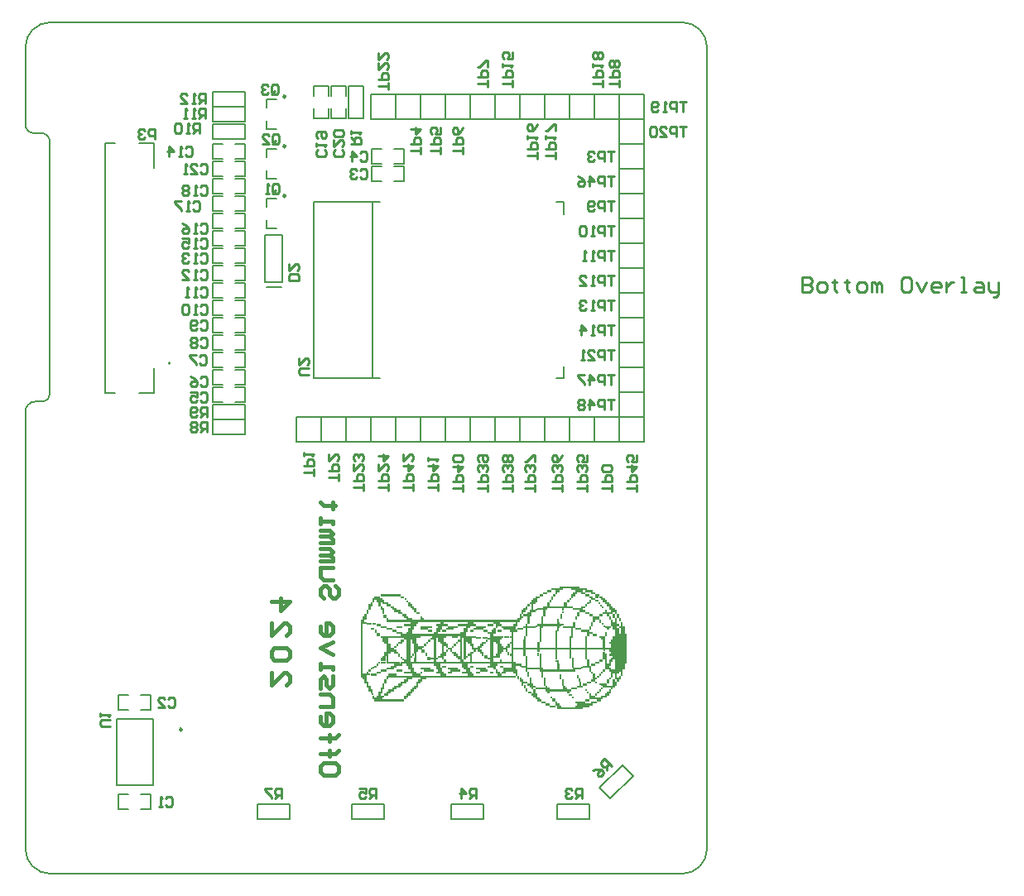
<source format=gbo>
G04 Layer_Color=32896*
%FSLAX25Y25*%
%MOIN*%
G70*
G01*
G75*
%ADD13C,0.00800*%
%ADD15C,0.01500*%
%ADD16C,0.01000*%
%ADD17C,0.00799*%
%ADD44C,0.00984*%
%ADD45C,0.00787*%
%ADD46C,0.00500*%
%ADD75C,0.01700*%
%ADD76R,0.00800X0.01600*%
%ADD77R,0.00800X0.01200*%
%ADD78R,0.00800X0.08800*%
%ADD79R,0.02400X0.00800*%
%ADD80R,0.00800X0.00800*%
%ADD81R,0.01200X0.01200*%
%ADD82R,0.01000X0.01600*%
%ADD83R,0.01400X0.01200*%
%ADD84R,0.01600X0.01200*%
%ADD85R,0.00400X0.01200*%
%ADD86R,0.00800X0.01000*%
%ADD87R,0.00800X0.01400*%
%ADD88R,0.01600X0.00800*%
%ADD89R,0.01200X0.01600*%
%ADD90R,0.00600X0.00800*%
%ADD91R,0.01000X0.00800*%
%ADD92R,0.00400X0.00800*%
%ADD93R,0.01600X0.00400*%
%ADD94R,0.01200X0.00800*%
%ADD95R,0.00400X0.01000*%
%ADD96R,0.00800X0.01800*%
%ADD97R,0.00800X0.02000*%
%ADD98R,0.00400X0.01600*%
%ADD99R,0.00600X0.01200*%
%ADD100R,0.01200X0.01000*%
%ADD101R,0.00800X0.02400*%
%ADD102R,0.00800X0.03200*%
%ADD103R,0.01000X0.01200*%
%ADD104R,0.01000X0.04000*%
%ADD105R,0.01000X0.02400*%
%ADD106R,0.05600X0.00800*%
%ADD107R,0.00800X0.04000*%
%ADD108R,0.02400X0.01000*%
%ADD109R,0.01600X0.02200*%
%ADD110R,0.02800X0.00800*%
%ADD111R,0.00450X0.00800*%
%ADD112R,0.00750X0.00600*%
%ADD113R,0.01200X0.00600*%
%ADD114R,0.01200X0.02000*%
G36*
X150200Y-31700D02*
X149400D01*
Y-30900D01*
X150200D01*
Y-31700D01*
D02*
G37*
G36*
X145400Y-46900D02*
X144600D01*
Y-45300D01*
X145400D01*
Y-46900D01*
D02*
G37*
G36*
X226200Y-47700D02*
X224600D01*
Y-46900D01*
X226200D01*
Y-47700D01*
D02*
G37*
G36*
X237400Y-46100D02*
X238200D01*
Y-47700D01*
X237400D01*
Y-48500D01*
X236600D01*
Y-49300D01*
X235800D01*
Y-48500D01*
X232600D01*
Y-47700D01*
X231800D01*
Y-46900D01*
X234200D01*
Y-47700D01*
X236600D01*
Y-45300D01*
X237400D01*
Y-46100D01*
D02*
G37*
G36*
X149400Y-32500D02*
X148600D01*
Y-31700D01*
X149400D01*
Y-32500D01*
D02*
G37*
G36*
X235000Y-46900D02*
X234200D01*
Y-45300D01*
X235000D01*
Y-46900D01*
D02*
G37*
G36*
X229400Y-44500D02*
X230200D01*
Y-45300D01*
X229400D01*
Y-46100D01*
X227800D01*
Y-45300D01*
X228600D01*
Y-42900D01*
X229400D01*
Y-44500D01*
D02*
G37*
G36*
X203800Y-46900D02*
X204600D01*
Y-47700D01*
X205400D01*
Y-48500D01*
X209400D01*
Y-47700D01*
X210200D01*
Y-48500D01*
X211000D01*
Y-49300D01*
X216600D01*
Y-47700D01*
X217400D01*
Y-48500D01*
X218200D01*
Y-49300D01*
X219800D01*
Y-50100D01*
X219000D01*
Y-50900D01*
X218200D01*
Y-50100D01*
X211000D01*
Y-50900D01*
X210200D01*
Y-50100D01*
X209400D01*
Y-49300D01*
X205400D01*
Y-48500D01*
X204600D01*
Y-49300D01*
X205400D01*
Y-50900D01*
X206200D01*
Y-52500D01*
X207000D01*
Y-53300D01*
X207800D01*
Y-54100D01*
X209400D01*
Y-54900D01*
X211000D01*
Y-55700D01*
X213400D01*
Y-56500D01*
X211000D01*
Y-55700D01*
X209400D01*
Y-54900D01*
X207800D01*
Y-54100D01*
X206200D01*
Y-53300D01*
X205400D01*
Y-52500D01*
X204600D01*
Y-51700D01*
X203800D01*
Y-50900D01*
X204600D01*
Y-49300D01*
X203800D01*
Y-48500D01*
X203000D01*
Y-47700D01*
X202200D01*
Y-46900D01*
X200600D01*
Y-47700D01*
X199800D01*
Y-46100D01*
X199000D01*
Y-44500D01*
X199800D01*
Y-45300D01*
X200600D01*
Y-46100D01*
X202200D01*
Y-46900D01*
X203000D01*
Y-44500D01*
X203800D01*
Y-46900D01*
D02*
G37*
G36*
X227800D02*
X226200D01*
Y-46100D01*
X227800D01*
Y-46900D01*
D02*
G37*
G36*
X202200Y-23700D02*
X205400D01*
Y-24500D01*
X202200D01*
Y-27700D01*
X201400D01*
Y-24500D01*
X200600D01*
Y-23700D01*
X201400D01*
Y-22900D01*
X202200D01*
Y-23700D01*
D02*
G37*
G36*
X231000Y-50900D02*
X230200D01*
Y-50100D01*
X231000D01*
Y-50900D01*
D02*
G37*
G36*
X234200Y-27700D02*
X233400D01*
Y-26100D01*
X234200D01*
Y-27700D01*
D02*
G37*
G36*
X221400Y-24500D02*
X223800D01*
Y-25300D01*
X227000D01*
Y-26100D01*
X228600D01*
Y-26900D01*
X230200D01*
Y-27700D01*
X228600D01*
Y-26900D01*
X227000D01*
Y-27700D01*
X226200D01*
Y-26100D01*
X223800D01*
Y-25300D01*
X221400D01*
Y-24500D01*
X220600D01*
Y-28500D01*
X219800D01*
Y-24500D01*
X216600D01*
Y-23700D01*
X220600D01*
Y-22100D01*
X221400D01*
Y-24500D01*
D02*
G37*
G36*
X231800Y-50100D02*
X231000D01*
Y-49300D01*
X231800D01*
Y-50100D01*
D02*
G37*
G36*
X223800Y-47700D02*
X224600D01*
Y-48500D01*
X222200D01*
Y-47700D01*
X223000D01*
Y-46100D01*
X223800D01*
Y-47700D01*
D02*
G37*
G36*
X152600Y-30100D02*
X151800D01*
Y-30900D01*
X150200D01*
Y-30100D01*
X151000D01*
Y-29300D01*
X152600D01*
Y-30100D01*
D02*
G37*
G36*
X222200Y-49300D02*
X219800D01*
Y-48500D01*
X222200D01*
Y-49300D01*
D02*
G37*
G36*
X232600D02*
X231800D01*
Y-48500D01*
X232600D01*
Y-49300D01*
D02*
G37*
G36*
X235800Y-45300D02*
X235000D01*
Y-44500D01*
X235800D01*
Y-45300D01*
D02*
G37*
G36*
X231800Y-43700D02*
X231000D01*
Y-42900D01*
X231800D01*
Y-43700D01*
D02*
G37*
G36*
X138200Y-42900D02*
X137400D01*
Y-42100D01*
X138200D01*
Y-42900D01*
D02*
G37*
G36*
X139800Y-41300D02*
X139000D01*
Y-40500D01*
X139800D01*
Y-41300D01*
D02*
G37*
G36*
X233400Y-42100D02*
X232600D01*
Y-41300D01*
X233400D01*
Y-42100D01*
D02*
G37*
G36*
X151800D02*
X149400D01*
Y-41300D01*
X151800D01*
Y-42100D01*
D02*
G37*
G36*
X232600Y-42900D02*
X231800D01*
Y-42100D01*
X232600D01*
Y-42900D01*
D02*
G37*
G36*
X143000D02*
X141400D01*
Y-42100D01*
X143000D01*
Y-42900D01*
D02*
G37*
G36*
X145400Y-42100D02*
X143000D01*
Y-41300D01*
X145400D01*
Y-42100D01*
D02*
G37*
G36*
X139000D02*
X138200D01*
Y-41300D01*
X139000D01*
Y-42100D01*
D02*
G37*
G36*
X231000Y-44500D02*
X230200D01*
Y-43700D01*
X231000D01*
Y-44500D01*
D02*
G37*
G36*
X141400Y-43700D02*
X139000D01*
Y-42900D01*
X141400D01*
Y-43700D01*
D02*
G37*
G36*
X144600Y-36500D02*
X143800D01*
Y-35700D01*
X144600D01*
Y-36500D01*
D02*
G37*
G36*
X232600Y-38100D02*
X231000D01*
Y-37300D01*
X232600D01*
Y-38100D01*
D02*
G37*
G36*
X231000Y-38900D02*
X229400D01*
Y-38100D01*
X231000D01*
Y-38900D01*
D02*
G37*
G36*
X207800Y-40500D02*
X208600D01*
Y-41300D01*
X214200D01*
Y-38900D01*
X215000D01*
Y-41300D01*
X220600D01*
Y-40500D01*
X223800D01*
Y-41300D01*
X221400D01*
Y-42100D01*
X208600D01*
Y-44500D01*
X207800D01*
Y-42100D01*
X207000D01*
Y-41300D01*
X202200D01*
Y-42100D01*
X201400D01*
Y-40500D01*
X199800D01*
Y-39700D01*
X201400D01*
Y-36500D01*
X202200D01*
Y-40500D01*
X207000D01*
Y-34900D01*
X207800D01*
Y-40500D01*
D02*
G37*
G36*
X141400D02*
X140600D01*
Y-39700D01*
X141400D01*
Y-40500D01*
D02*
G37*
G36*
X229400Y-39700D02*
X227800D01*
Y-38900D01*
X229400D01*
Y-39700D01*
D02*
G37*
G36*
X142200D02*
X141400D01*
Y-38900D01*
X142200D01*
Y-39700D01*
D02*
G37*
G36*
X203000Y-15700D02*
X202200D01*
Y-14900D01*
X203000D01*
Y-15700D01*
D02*
G37*
G36*
X139800D02*
X139000D01*
Y-17300D01*
X138200D01*
Y-14900D01*
X139000D01*
Y-14100D01*
X139800D01*
Y-15700D01*
D02*
G37*
G36*
X227000Y-14900D02*
X226200D01*
Y-14100D01*
X227000D01*
Y-14900D01*
D02*
G37*
G36*
X226200Y-15700D02*
X225400D01*
Y-14900D01*
X226200D01*
Y-15700D01*
D02*
G37*
G36*
X223000Y-8500D02*
X226200D01*
Y-9300D01*
X228600D01*
Y-10100D01*
X229400D01*
Y-10900D01*
X231000D01*
Y-11700D01*
X232600D01*
Y-12500D01*
X233400D01*
Y-13300D01*
X234200D01*
Y-14100D01*
X235000D01*
Y-14900D01*
X235800D01*
Y-15700D01*
X236600D01*
Y-16500D01*
X237400D01*
Y-17300D01*
X238200D01*
Y-18900D01*
X239000D01*
Y-20500D01*
X238200D01*
Y-18900D01*
X237400D01*
Y-18100D01*
X236600D01*
Y-18900D01*
X237400D01*
Y-20500D01*
X238200D01*
Y-22900D01*
X239000D01*
Y-23700D01*
X239800D01*
Y-22100D01*
X240600D01*
Y-23700D01*
X241400D01*
Y-26900D01*
X242200D01*
Y-38900D01*
X241400D01*
Y-41300D01*
X240600D01*
Y-43700D01*
X239800D01*
Y-42100D01*
X239000D01*
Y-42900D01*
X238200D01*
Y-44500D01*
X239000D01*
Y-43700D01*
X239800D01*
Y-45300D01*
X239000D01*
Y-46100D01*
X238200D01*
Y-45300D01*
X237400D01*
Y-42900D01*
X236600D01*
Y-44500D01*
X235800D01*
Y-42100D01*
X235000D01*
Y-41300D01*
X233400D01*
Y-37300D01*
X232600D01*
Y-34100D01*
X233400D01*
Y-34900D01*
X234200D01*
Y-38900D01*
X235000D01*
Y-37300D01*
X235800D01*
Y-36500D01*
X236600D01*
Y-35700D01*
X235000D01*
Y-34900D01*
X235800D01*
Y-34100D01*
X235000D01*
Y-33300D01*
X226200D01*
Y-37300D01*
X227000D01*
Y-39700D01*
X227800D01*
Y-42100D01*
X227000D01*
Y-40500D01*
X224600D01*
Y-39700D01*
X226200D01*
Y-37300D01*
X225400D01*
Y-33300D01*
X219800D01*
Y-34900D01*
X219000D01*
Y-33300D01*
X214200D01*
Y-37300D01*
X213400D01*
Y-33300D01*
X207000D01*
Y-34100D01*
X206200D01*
Y-33300D01*
X201400D01*
Y-35700D01*
X200600D01*
Y-33300D01*
X196600D01*
Y-34100D01*
X195800D01*
Y-32500D01*
X200600D01*
Y-29300D01*
X201400D01*
Y-32500D01*
X206200D01*
Y-30100D01*
X207000D01*
Y-32500D01*
X213400D01*
Y-26100D01*
X214200D01*
Y-32500D01*
X219000D01*
Y-29300D01*
X219800D01*
Y-32500D01*
X225400D01*
Y-27700D01*
X226200D01*
Y-32500D01*
X232600D01*
Y-29300D01*
X231800D01*
Y-28500D01*
X231000D01*
Y-27700D01*
X233400D01*
Y-32500D01*
X235800D01*
Y-30900D01*
X235000D01*
Y-30100D01*
X235800D01*
Y-29300D01*
X236600D01*
Y-27700D01*
X237400D01*
Y-25300D01*
X236600D01*
Y-23700D01*
X235800D01*
Y-21300D01*
X236600D01*
Y-22100D01*
X237400D01*
Y-20500D01*
X236600D01*
Y-18900D01*
X235000D01*
Y-19700D01*
X234200D01*
Y-18900D01*
X232600D01*
Y-18100D01*
X233400D01*
Y-17300D01*
X234200D01*
Y-18100D01*
X235800D01*
Y-17300D01*
X235000D01*
Y-15700D01*
X234200D01*
Y-14900D01*
X233400D01*
Y-14100D01*
X232600D01*
Y-13300D01*
X231800D01*
Y-12500D01*
X231000D01*
Y-11700D01*
X229400D01*
Y-10900D01*
X227800D01*
Y-10100D01*
X225400D01*
Y-9300D01*
X224600D01*
Y-10100D01*
X225400D01*
Y-10900D01*
X227000D01*
Y-11700D01*
X228600D01*
Y-12500D01*
X229400D01*
Y-13300D01*
X227800D01*
Y-12500D01*
X227000D01*
Y-11700D01*
X225400D01*
Y-10900D01*
X223800D01*
Y-10100D01*
X222200D01*
Y-10900D01*
X221400D01*
Y-11700D01*
X220600D01*
Y-12500D01*
X219800D01*
Y-10900D01*
X220600D01*
Y-10100D01*
X221400D01*
Y-9300D01*
X219800D01*
Y-8500D01*
X216600D01*
Y-9300D01*
X215000D01*
Y-10100D01*
X214200D01*
Y-10900D01*
X213400D01*
Y-9300D01*
X211800D01*
Y-8500D01*
X215000D01*
Y-7700D01*
X223000D01*
Y-8500D01*
D02*
G37*
G36*
X138200Y-18900D02*
X137400D01*
Y-17300D01*
X138200D01*
Y-18900D01*
D02*
G37*
G36*
X232600Y-19700D02*
X231000D01*
Y-18900D01*
X232600D01*
Y-19700D01*
D02*
G37*
G36*
X155000Y-14900D02*
X155800D01*
Y-15700D01*
X156600D01*
Y-16500D01*
X157400D01*
Y-18100D01*
X156600D01*
Y-17300D01*
X155800D01*
Y-16500D01*
X155000D01*
Y-15700D01*
X154200D01*
Y-14100D01*
X155000D01*
Y-14900D01*
D02*
G37*
G36*
X207000Y-12500D02*
X206200D01*
Y-14100D01*
X205400D01*
Y-14900D01*
X204600D01*
Y-17300D01*
X205400D01*
Y-18100D01*
X203800D01*
Y-19700D01*
X203000D01*
Y-22900D01*
X202200D01*
Y-19700D01*
X200600D01*
Y-18900D01*
X199800D01*
Y-17300D01*
X200600D01*
Y-16500D01*
X201400D01*
Y-15700D01*
X202200D01*
Y-17300D01*
X201400D01*
Y-18100D01*
X200600D01*
Y-18900D01*
X202200D01*
Y-18100D01*
X203000D01*
Y-17300D01*
X203800D01*
Y-14900D01*
X203000D01*
Y-14100D01*
X203800D01*
Y-13300D01*
X204600D01*
Y-12500D01*
X205400D01*
Y-11700D01*
X207000D01*
Y-12500D01*
D02*
G37*
G36*
X213400Y-11700D02*
X212600D01*
Y-10900D01*
X213400D01*
Y-11700D01*
D02*
G37*
G36*
X208600D02*
X207000D01*
Y-10900D01*
X208600D01*
Y-11700D01*
D02*
G37*
G36*
X211800Y-10100D02*
X210200D01*
Y-9300D01*
X211800D01*
Y-10100D01*
D02*
G37*
G36*
X210200Y-10900D02*
X208600D01*
Y-10100D01*
X210200D01*
Y-10900D01*
D02*
G37*
G36*
X151000Y-11700D02*
X152600D01*
Y-12500D01*
X151000D01*
Y-11700D01*
X143000D01*
Y-10900D01*
X151000D01*
Y-11700D01*
D02*
G37*
G36*
X219000Y-14100D02*
X218200D01*
Y-13300D01*
X219000D01*
Y-14100D01*
D02*
G37*
G36*
X211800D02*
X211000D01*
Y-13300D01*
X211800D01*
Y-14100D01*
D02*
G37*
G36*
X219800Y-13300D02*
X219000D01*
Y-12500D01*
X219800D01*
Y-13300D01*
D02*
G37*
G36*
X212600D02*
X211800D01*
Y-11700D01*
X212600D01*
Y-13300D01*
D02*
G37*
G36*
X223000Y-19700D02*
X222200D01*
Y-18100D01*
X223000D01*
Y-19700D01*
D02*
G37*
G36*
X227000Y-54100D02*
X225400D01*
Y-53300D01*
X227000D01*
Y-54100D01*
D02*
G37*
G36*
X140600Y-25300D02*
X139000D01*
Y-24500D01*
X140600D01*
Y-25300D01*
D02*
G37*
G36*
X200600D02*
X198200D01*
Y-24500D01*
X200600D01*
Y-25300D01*
D02*
G37*
G36*
X235800Y-24500D02*
X235000D01*
Y-25300D01*
X234200D01*
Y-24500D01*
X233400D01*
Y-23700D01*
X235800D01*
Y-24500D01*
D02*
G37*
G36*
X227800Y-25300D02*
X227000D01*
Y-23700D01*
X227800D01*
Y-25300D01*
D02*
G37*
G36*
X230200Y-51700D02*
X229400D01*
Y-50900D01*
X230200D01*
Y-51700D01*
D02*
G37*
G36*
X137400Y-21300D02*
X136600D01*
Y-22100D01*
X137400D01*
Y-22900D01*
X135800D01*
Y-42900D01*
X137400D01*
Y-46100D01*
X138200D01*
Y-47700D01*
X139000D01*
Y-49300D01*
X139800D01*
Y-50900D01*
X139000D01*
Y-50100D01*
X138200D01*
Y-48500D01*
X137400D01*
Y-46900D01*
X136600D01*
Y-45300D01*
X135800D01*
Y-44500D01*
X135000D01*
Y-21300D01*
X135800D01*
Y-19700D01*
X136600D01*
Y-18900D01*
X137400D01*
Y-21300D01*
D02*
G37*
G36*
X235800Y-50900D02*
X235000D01*
Y-51700D01*
X234200D01*
Y-52500D01*
X232600D01*
Y-53300D01*
X231800D01*
Y-54100D01*
X230200D01*
Y-53300D01*
X227000D01*
Y-50900D01*
X227800D01*
Y-51700D01*
X229400D01*
Y-52500D01*
X231800D01*
Y-51700D01*
X233400D01*
Y-50900D01*
X234200D01*
Y-50100D01*
X235000D01*
Y-49300D01*
X235800D01*
Y-50900D01*
D02*
G37*
G36*
X191800Y-26100D02*
X190200D01*
Y-25300D01*
X191800D01*
Y-26100D01*
D02*
G37*
G36*
X144600Y-49300D02*
X143800D01*
Y-50900D01*
X143000D01*
Y-51700D01*
X144600D01*
Y-52500D01*
X143800D01*
Y-53300D01*
X152600D01*
Y-54100D01*
X140600D01*
Y-53300D01*
X139800D01*
Y-51700D01*
X140600D01*
Y-52500D01*
X141400D01*
Y-51700D01*
X142200D01*
Y-50100D01*
X143000D01*
Y-48500D01*
X143800D01*
Y-46900D01*
X144600D01*
Y-49300D01*
D02*
G37*
G36*
X228600Y-23700D02*
X227800D01*
Y-22100D01*
X228600D01*
Y-23700D01*
D02*
G37*
G36*
X230200Y-54900D02*
X228600D01*
Y-55700D01*
X227000D01*
Y-56500D01*
X224600D01*
Y-57300D01*
X214200D01*
Y-55700D01*
X213400D01*
Y-54100D01*
X214200D01*
Y-54900D01*
X215000D01*
Y-55700D01*
X215800D01*
Y-56500D01*
X221400D01*
Y-55700D01*
X222200D01*
Y-54900D01*
X221400D01*
Y-54100D01*
X225400D01*
Y-54900D01*
X227800D01*
Y-54100D01*
X230200D01*
Y-54900D01*
D02*
G37*
G36*
X211000Y-15700D02*
X220600D01*
Y-16500D01*
X223800D01*
Y-15700D01*
X225400D01*
Y-16500D01*
X224600D01*
Y-17300D01*
X225400D01*
Y-18100D01*
X227000D01*
Y-18900D01*
X228600D01*
Y-19700D01*
X231000D01*
Y-21300D01*
X229400D01*
Y-22100D01*
X228600D01*
Y-19700D01*
X227000D01*
Y-18900D01*
X225400D01*
Y-18100D01*
X223000D01*
Y-17300D01*
X220600D01*
Y-16500D01*
X210200D01*
Y-17300D01*
X209400D01*
Y-19700D01*
X208600D01*
Y-17300D01*
X206200D01*
Y-16500D01*
X208600D01*
Y-15700D01*
X210200D01*
Y-14100D01*
X211000D01*
Y-15700D01*
D02*
G37*
G36*
X222200Y-21300D02*
X221400D01*
Y-19700D01*
X222200D01*
Y-21300D01*
D02*
G37*
G36*
X141400Y-12500D02*
X143800D01*
Y-13300D01*
X144600D01*
Y-14100D01*
X146200D01*
Y-14900D01*
X147000D01*
Y-15700D01*
X148600D01*
Y-16500D01*
X149400D01*
Y-17300D01*
X151000D01*
Y-18100D01*
X151800D01*
Y-18900D01*
X153400D01*
Y-19700D01*
X154200D01*
Y-20500D01*
X155800D01*
Y-21300D01*
X159000D01*
Y-19700D01*
X159800D01*
Y-20500D01*
X160600D01*
Y-21300D01*
X198200D01*
Y-20500D01*
X199000D01*
Y-18900D01*
X199800D01*
Y-19700D01*
X200600D01*
Y-20500D01*
X199800D01*
Y-21300D01*
X199000D01*
Y-22100D01*
X198200D01*
Y-23700D01*
X197400D01*
Y-25300D01*
X198200D01*
Y-26100D01*
X196600D01*
Y-31700D01*
X195800D01*
Y-30900D01*
X195000D01*
Y-30100D01*
X195800D01*
Y-28500D01*
X195000D01*
Y-27700D01*
X195800D01*
Y-26100D01*
X195000D01*
Y-25300D01*
X192600D01*
Y-24500D01*
X191800D01*
Y-23700D01*
X190200D01*
Y-24500D01*
X189400D01*
Y-22900D01*
X188600D01*
Y-22100D01*
X180600D01*
Y-22900D01*
X181400D01*
Y-23700D01*
X185400D01*
Y-24500D01*
X184600D01*
Y-25300D01*
X186200D01*
Y-26100D01*
X187800D01*
Y-25300D01*
X188600D01*
Y-24500D01*
X189400D01*
Y-26900D01*
X188600D01*
Y-27700D01*
X192600D01*
Y-28500D01*
X191800D01*
Y-29300D01*
X191000D01*
Y-30900D01*
X191800D01*
Y-31700D01*
X192600D01*
Y-32500D01*
X193400D01*
Y-31700D01*
X194200D01*
Y-30900D01*
X195000D01*
Y-32500D01*
X194200D01*
Y-34100D01*
X193400D01*
Y-33300D01*
X192600D01*
Y-34100D01*
X191800D01*
Y-34900D01*
X191000D01*
Y-36500D01*
X188600D01*
Y-38100D01*
X191000D01*
Y-37300D01*
X191800D01*
Y-38100D01*
X195800D01*
Y-35700D01*
X195000D01*
Y-34900D01*
X196600D01*
Y-38100D01*
X197400D01*
Y-38900D01*
X199000D01*
Y-39700D01*
X197400D01*
Y-41300D01*
X198200D01*
Y-43700D01*
X197400D01*
Y-42900D01*
X196600D01*
Y-42100D01*
X193400D01*
Y-42900D01*
X191800D01*
Y-42100D01*
X192600D01*
Y-40500D01*
X191000D01*
Y-39700D01*
X192600D01*
Y-40500D01*
X195800D01*
Y-39700D01*
X196600D01*
Y-38900D01*
X190200D01*
Y-39700D01*
X189400D01*
Y-41300D01*
X190200D01*
Y-42100D01*
X191000D01*
Y-42900D01*
X191800D01*
Y-43700D01*
X197400D01*
Y-44500D01*
X161400D01*
Y-45300D01*
X159800D01*
Y-46100D01*
X159000D01*
Y-46900D01*
X158200D01*
Y-48500D01*
X157400D01*
Y-49300D01*
X156600D01*
Y-50100D01*
X155800D01*
Y-50900D01*
X155000D01*
Y-51700D01*
X154200D01*
Y-52500D01*
X153400D01*
Y-53300D01*
X152600D01*
Y-51700D01*
X153400D01*
Y-50900D01*
X154200D01*
Y-50100D01*
X155000D01*
Y-49300D01*
X155800D01*
Y-48500D01*
X156600D01*
Y-47700D01*
X157400D01*
Y-46100D01*
X158200D01*
Y-45300D01*
X159000D01*
Y-44500D01*
X155800D01*
Y-45300D01*
X154200D01*
Y-46100D01*
X153400D01*
Y-46900D01*
X151800D01*
Y-47700D01*
X151000D01*
Y-48500D01*
X149400D01*
Y-49300D01*
X148600D01*
Y-50100D01*
X147000D01*
Y-50900D01*
X146200D01*
Y-51700D01*
X144600D01*
Y-50900D01*
X145400D01*
Y-50100D01*
X146200D01*
Y-49300D01*
X147800D01*
Y-48500D01*
X148600D01*
Y-47700D01*
X150200D01*
Y-46900D01*
X151000D01*
Y-46100D01*
X152600D01*
Y-45300D01*
X153400D01*
Y-44500D01*
X146200D01*
Y-45300D01*
X145400D01*
Y-43700D01*
X146200D01*
Y-42900D01*
X149400D01*
Y-43700D01*
X155800D01*
Y-42900D01*
X152600D01*
Y-42100D01*
X155000D01*
Y-41300D01*
X154200D01*
Y-39700D01*
X153400D01*
Y-38900D01*
X151800D01*
Y-39700D01*
X149400D01*
Y-40500D01*
X148600D01*
Y-41300D01*
X145400D01*
Y-40500D01*
X147000D01*
Y-39700D01*
X148600D01*
Y-38900D01*
X151000D01*
Y-38100D01*
X152600D01*
Y-37300D01*
X153400D01*
Y-29300D01*
X152600D01*
Y-28500D01*
X146200D01*
Y-30900D01*
X147000D01*
Y-32500D01*
X148600D01*
Y-33300D01*
X149400D01*
Y-34100D01*
X150200D01*
Y-34900D01*
X148600D01*
Y-34100D01*
X147000D01*
Y-34900D01*
X146200D01*
Y-36500D01*
X145400D01*
Y-35700D01*
X144600D01*
Y-34100D01*
X145400D01*
Y-30900D01*
X144600D01*
Y-30100D01*
X143800D01*
Y-28500D01*
X143000D01*
Y-27700D01*
X151000D01*
Y-26900D01*
X149400D01*
Y-26100D01*
X147800D01*
Y-25300D01*
X145400D01*
Y-24500D01*
X143000D01*
Y-23700D01*
X141400D01*
Y-22900D01*
X143000D01*
Y-23700D01*
X145400D01*
Y-24500D01*
X147800D01*
Y-25300D01*
X149400D01*
Y-26100D01*
X151800D01*
Y-26900D01*
X153400D01*
Y-26100D01*
X154200D01*
Y-24500D01*
X155000D01*
Y-23700D01*
X152600D01*
Y-22900D01*
X155000D01*
Y-22100D01*
X145400D01*
Y-20500D01*
X146200D01*
Y-21300D01*
X153400D01*
Y-20500D01*
X152600D01*
Y-19700D01*
X151800D01*
Y-18900D01*
X150200D01*
Y-18100D01*
X148600D01*
Y-17300D01*
X147800D01*
Y-16500D01*
X147000D01*
Y-15700D01*
X145400D01*
Y-14900D01*
X143800D01*
Y-14100D01*
X143000D01*
Y-15700D01*
X143800D01*
Y-16500D01*
X144600D01*
Y-18900D01*
X143800D01*
Y-17300D01*
X143000D01*
Y-15700D01*
X142200D01*
Y-14100D01*
X141400D01*
Y-13300D01*
X140600D01*
Y-14100D01*
X139800D01*
Y-12500D01*
X140600D01*
Y-11700D01*
X141400D01*
Y-12500D01*
D02*
G37*
G36*
X188600Y-23700D02*
X186200D01*
Y-22900D01*
X188600D01*
Y-23700D01*
D02*
G37*
G36*
X151800Y-24500D02*
X149400D01*
Y-23700D01*
X151800D01*
Y-24500D01*
D02*
G37*
G36*
X208600Y-22900D02*
X214200D01*
Y-22100D01*
X215000D01*
Y-22900D01*
X215800D01*
Y-23700D01*
X215000D01*
Y-24500D01*
X214200D01*
Y-23700D01*
X208600D01*
Y-24500D01*
X207800D01*
Y-30100D01*
X207000D01*
Y-23700D01*
X206200D01*
Y-22900D01*
X207800D01*
Y-19700D01*
X208600D01*
Y-22900D01*
D02*
G37*
%LPC*%
G36*
X239000Y-23700D02*
X238200D01*
Y-24500D01*
X239000D01*
Y-26900D01*
X239800D01*
Y-24500D01*
X239000D01*
Y-23700D01*
D02*
G37*
G36*
X237400Y-37300D02*
X236600D01*
Y-38100D01*
X235800D01*
Y-39700D01*
X235000D01*
Y-40500D01*
X235800D01*
Y-41300D01*
X237400D01*
Y-37300D01*
D02*
G37*
G36*
X175800Y-38900D02*
X167000D01*
Y-40500D01*
X167800D01*
Y-42100D01*
X168600D01*
Y-42900D01*
X169400D01*
Y-43700D01*
X178200D01*
Y-42900D01*
X175800D01*
Y-42100D01*
X177400D01*
Y-41300D01*
X176600D01*
Y-40500D01*
X175800D01*
Y-38900D01*
D02*
G37*
G36*
X187000D02*
X178200D01*
Y-40500D01*
X179000D01*
Y-42100D01*
X179800D01*
Y-42900D01*
X180600D01*
Y-43700D01*
X190200D01*
Y-42900D01*
X189400D01*
Y-41300D01*
X188600D01*
Y-40500D01*
X186200D01*
Y-39700D01*
X187000D01*
Y-38900D01*
D02*
G37*
G36*
X164600D02*
X155800D01*
Y-40500D01*
X156600D01*
Y-42100D01*
X157400D01*
Y-42900D01*
X159000D01*
Y-43700D01*
X167000D01*
Y-42900D01*
X165400D01*
Y-42100D01*
X166200D01*
Y-41300D01*
X165400D01*
Y-39700D01*
X164600D01*
Y-38900D01*
D02*
G37*
G36*
X189400Y-30100D02*
X188600D01*
Y-35700D01*
X189400D01*
Y-34900D01*
X190200D01*
Y-30900D01*
X189400D01*
Y-30100D01*
D02*
G37*
G36*
X163800Y-27700D02*
X159000D01*
Y-28500D01*
X157400D01*
Y-30900D01*
X158200D01*
Y-31700D01*
X160600D01*
Y-32500D01*
X159800D01*
Y-33300D01*
X158200D01*
Y-34100D01*
X157400D01*
Y-34900D01*
X156600D01*
Y-30900D01*
X155800D01*
Y-29300D01*
X155000D01*
Y-35700D01*
X155800D01*
Y-36500D01*
X155000D01*
Y-38100D01*
X156600D01*
Y-36500D01*
X157400D01*
Y-38100D01*
X164600D01*
Y-37300D01*
X163000D01*
Y-36500D01*
X164600D01*
Y-29300D01*
X163000D01*
Y-28500D01*
X163800D01*
Y-27700D01*
D02*
G37*
G36*
X169400Y-31700D02*
X168600D01*
Y-34100D01*
X169400D01*
Y-35700D01*
X168600D01*
Y-37300D01*
X169400D01*
Y-38100D01*
X175000D01*
Y-37300D01*
X174200D01*
Y-36500D01*
X173400D01*
Y-35700D01*
X172600D01*
Y-34900D01*
X171800D01*
Y-34100D01*
X171000D01*
Y-33300D01*
X170200D01*
Y-32500D01*
X169400D01*
Y-31700D01*
D02*
G37*
G36*
X181400Y-23700D02*
X179000D01*
Y-24500D01*
X178200D01*
Y-26100D01*
X177400D01*
Y-27700D01*
X181400D01*
Y-28500D01*
X179800D01*
Y-30900D01*
X180600D01*
Y-32500D01*
X182200D01*
Y-31700D01*
X183000D01*
Y-30900D01*
X183800D01*
Y-30100D01*
X185400D01*
Y-30900D01*
X184600D01*
Y-31700D01*
X183800D01*
Y-32500D01*
X183000D01*
Y-33300D01*
X183800D01*
Y-34100D01*
X184600D01*
Y-35700D01*
X183800D01*
Y-34900D01*
X183000D01*
Y-34100D01*
X182200D01*
Y-33300D01*
X181400D01*
Y-34100D01*
X180600D01*
Y-33300D01*
X179800D01*
Y-31700D01*
X179000D01*
Y-30900D01*
X178200D01*
Y-30100D01*
X177400D01*
Y-35700D01*
X178200D01*
Y-36500D01*
X177400D01*
Y-37300D01*
X176600D01*
Y-28500D01*
X175800D01*
Y-37300D01*
X176600D01*
Y-38100D01*
X179000D01*
Y-35700D01*
X178200D01*
Y-34900D01*
X179000D01*
Y-34100D01*
X180600D01*
Y-34900D01*
X179800D01*
Y-38100D01*
X187000D01*
Y-37300D01*
X186200D01*
Y-36500D01*
X187000D01*
Y-29300D01*
X186200D01*
Y-28500D01*
X187000D01*
Y-26900D01*
X186200D01*
Y-26100D01*
X184600D01*
Y-25300D01*
X180600D01*
Y-24500D01*
X181400D01*
Y-23700D01*
D02*
G37*
G36*
X175000Y-27700D02*
X174200D01*
Y-28500D01*
X171800D01*
Y-27700D01*
X169400D01*
Y-28500D01*
X168600D01*
Y-30100D01*
X169400D01*
Y-30900D01*
X170200D01*
Y-32500D01*
X171800D01*
Y-34100D01*
X173400D01*
Y-34900D01*
X174200D01*
Y-35700D01*
X175000D01*
Y-30100D01*
X174200D01*
Y-29300D01*
X175000D01*
Y-27700D01*
D02*
G37*
G36*
X178200Y-22100D02*
X168600D01*
Y-22900D01*
X170200D01*
Y-23700D01*
X174200D01*
Y-24500D01*
X172600D01*
Y-25300D01*
X169400D01*
Y-24500D01*
X170200D01*
Y-23700D01*
X167800D01*
Y-25300D01*
X169400D01*
Y-26100D01*
X167800D01*
Y-25300D01*
X167000D01*
Y-26100D01*
X166200D01*
Y-26900D01*
X175000D01*
Y-26100D01*
X176600D01*
Y-24500D01*
X177400D01*
Y-23700D01*
X174200D01*
Y-22900D01*
X178200D01*
Y-22100D01*
D02*
G37*
G36*
X197400D02*
X191000D01*
Y-22900D01*
X191800D01*
Y-23700D01*
X196600D01*
Y-22900D01*
X197400D01*
Y-22100D01*
D02*
G37*
G36*
X167000D02*
X158200D01*
Y-22900D01*
X157400D01*
Y-23700D01*
X156600D01*
Y-25300D01*
X155800D01*
Y-26900D01*
X164600D01*
Y-26100D01*
X165400D01*
Y-24500D01*
X166200D01*
Y-23700D01*
X165400D01*
Y-22900D01*
X167000D01*
Y-22100D01*
D02*
G37*
G36*
X166200Y-28500D02*
X165400D01*
Y-36500D01*
X166200D01*
Y-37300D01*
X165400D01*
Y-38100D01*
X168600D01*
Y-37300D01*
X167800D01*
Y-36500D01*
X166200D01*
Y-35700D01*
X167000D01*
Y-34900D01*
X167800D01*
Y-30900D01*
X167000D01*
Y-30100D01*
X166200D01*
Y-28500D01*
D02*
G37*
%LPD*%
G36*
X174200Y-41300D02*
X175000D01*
Y-42100D01*
X171800D01*
Y-42900D01*
X170200D01*
Y-42100D01*
X171000D01*
Y-41300D01*
X170200D01*
Y-40500D01*
X174200D01*
Y-41300D01*
D02*
G37*
G36*
X169400Y-40500D02*
X167800D01*
Y-39700D01*
X169400D01*
Y-40500D01*
D02*
G37*
G36*
X188600Y-42900D02*
X187000D01*
Y-42100D01*
X188600D01*
Y-42900D01*
D02*
G37*
G36*
X183000D02*
X181400D01*
Y-42100D01*
X183000D01*
Y-42900D01*
D02*
G37*
G36*
X185400Y-41300D02*
X186200D01*
Y-42100D01*
X183000D01*
Y-41300D01*
X181400D01*
Y-40500D01*
X185400D01*
Y-41300D01*
D02*
G37*
G36*
X180600Y-40500D02*
X179000D01*
Y-39700D01*
X180600D01*
Y-40500D01*
D02*
G37*
G36*
X163000Y-41300D02*
X164600D01*
Y-42100D01*
X160600D01*
Y-41300D01*
X159000D01*
Y-40500D01*
X163000D01*
Y-41300D01*
D02*
G37*
G36*
X159800Y-42900D02*
X159000D01*
Y-42100D01*
X159800D01*
Y-42900D01*
D02*
G37*
G36*
X163000Y-30100D02*
X162200D01*
Y-29300D01*
X163000D01*
Y-30100D01*
D02*
G37*
G36*
X156600Y-35700D02*
X155800D01*
Y-34900D01*
X156600D01*
Y-35700D01*
D02*
G37*
G36*
X162200Y-30900D02*
X161400D01*
Y-30100D01*
X162200D01*
Y-30900D01*
D02*
G37*
G36*
X161400Y-31700D02*
X160600D01*
Y-30900D01*
X161400D01*
Y-31700D01*
D02*
G37*
G36*
X170200Y-34100D02*
X169400D01*
Y-33300D01*
X170200D01*
Y-34100D01*
D02*
G37*
G36*
X186200Y-30100D02*
X185400D01*
Y-29300D01*
X186200D01*
Y-30100D01*
D02*
G37*
G36*
X180600Y-26100D02*
X179000D01*
Y-25300D01*
X180600D01*
Y-26100D01*
D02*
G37*
G36*
X174200Y-30900D02*
X173400D01*
Y-30100D01*
X174200D01*
Y-30900D01*
D02*
G37*
G36*
X173400Y-31700D02*
X172600D01*
Y-30900D01*
X173400D01*
Y-31700D01*
D02*
G37*
G36*
X172600Y-32500D02*
X171800D01*
Y-31700D01*
X172600D01*
Y-32500D01*
D02*
G37*
G36*
X163800Y-24500D02*
X162200D01*
Y-25300D01*
X163800D01*
Y-26100D01*
X162200D01*
Y-25300D01*
X159000D01*
Y-23700D01*
X163800D01*
Y-24500D01*
D02*
G37*
D13*
X227000Y-101500D02*
Y-95500D01*
X214000Y-101500D02*
X227000D01*
X214000D02*
Y-95500D01*
X227000D01*
X144500Y-101500D02*
Y-95500D01*
X131500Y-101500D02*
X144500D01*
X131500D02*
Y-95500D01*
X144500D01*
X171500Y-101500D02*
Y-95500D01*
X184500D01*
Y-101500D02*
Y-95500D01*
X171500Y-101500D02*
X184500D01*
X37500Y-91500D02*
X41500D01*
X37500Y-97500D02*
Y-91500D01*
Y-97500D02*
X41500D01*
X46500D02*
X50500D01*
Y-91500D01*
X46500D02*
X50500D01*
X37500Y-51500D02*
X41500D01*
X37500Y-57500D02*
Y-51500D01*
Y-57500D02*
X41500D01*
X46500D02*
X50500D01*
Y-51500D01*
X46500D02*
X50500D01*
X213795Y147028D02*
X216945D01*
X139658Y76028D02*
Y147028D01*
X116158Y76028D02*
Y147028D01*
X142658D01*
X116158Y76028D02*
X142658D01*
X216945Y142303D02*
Y147028D01*
Y76028D02*
Y80886D01*
X97000Y113000D02*
X103000D01*
X103500Y115000D02*
Y134000D01*
X96500Y115000D02*
Y134000D01*
X103500D01*
X96500Y115000D02*
X103500D01*
X75500Y72500D02*
X79500D01*
X75500Y66500D02*
Y72500D01*
Y66500D02*
X79500D01*
X84500D02*
X88500D01*
Y72500D01*
X84500D02*
X88500D01*
X139500Y168500D02*
X143500D01*
X139500Y162500D02*
Y168500D01*
Y162500D02*
X143500D01*
X148500D02*
X152500D01*
Y168500D01*
X148500D02*
X152500D01*
X139500Y161500D02*
X143500D01*
X139500Y155500D02*
Y161500D01*
Y155500D02*
X143500D01*
X148500D02*
X152500D01*
Y161500D01*
X148500D02*
X152500D01*
X130000Y194000D02*
X136000D01*
Y181000D02*
Y194000D01*
X130000Y181000D02*
X136000D01*
X130000D02*
Y194000D01*
X84500Y73500D02*
X88500D01*
Y79500D01*
X84500D02*
X88500D01*
X75500D02*
X79500D01*
X75500Y73500D02*
Y79500D01*
Y73500D02*
X79500D01*
X75500Y107500D02*
X79500D01*
X75500Y101500D02*
Y107500D01*
Y101500D02*
X79500D01*
X84500D02*
X88500D01*
Y107500D01*
X84500D02*
X88500D01*
X75500Y121500D02*
X79500D01*
X75500Y115500D02*
Y121500D01*
Y115500D02*
X79500D01*
X84500D02*
X88500D01*
Y121500D01*
X84500D02*
X88500D01*
X75500Y128500D02*
X79500D01*
X75500Y122500D02*
Y128500D01*
Y122500D02*
X79500D01*
X84500D02*
X88500D01*
Y128500D01*
X84500D02*
X88500D01*
X75500Y135500D02*
X79500D01*
X75500Y129500D02*
Y135500D01*
Y129500D02*
X79500D01*
X84500D02*
X88500D01*
Y135500D01*
X84500D02*
X88500D01*
X75500Y172500D02*
Y178500D01*
X88500D01*
Y172500D02*
Y178500D01*
X75500Y172500D02*
X88500D01*
X84500Y80500D02*
X88500D01*
Y86500D01*
X84500D02*
X88500D01*
X75500D02*
X79500D01*
X75500Y80500D02*
Y86500D01*
Y80500D02*
X79500D01*
X84500Y87500D02*
X88500D01*
Y93500D01*
X84500D02*
X88500D01*
X75500D02*
X79500D01*
X75500Y87500D02*
Y93500D01*
Y87500D02*
X79500D01*
X84500Y94500D02*
X88500D01*
Y100500D01*
X84500D02*
X88500D01*
X75500D02*
X79500D01*
X75500Y94500D02*
Y100500D01*
Y94500D02*
X79500D01*
X75500Y114500D02*
X79500D01*
X75500Y108500D02*
Y114500D01*
Y108500D02*
X79500D01*
X84500D02*
X88500D01*
Y114500D01*
X84500D02*
X88500D01*
X84500Y136500D02*
X88500D01*
Y142500D01*
X84500D02*
X88500D01*
X75500D02*
X79500D01*
X75500Y136500D02*
Y142500D01*
Y136500D02*
X79500D01*
X84500Y143500D02*
X88500D01*
Y149500D01*
X84500D02*
X88500D01*
X75500D02*
X79500D01*
X75500Y143500D02*
Y149500D01*
Y143500D02*
X79500D01*
X123000Y181000D02*
Y185000D01*
Y181000D02*
X129000D01*
Y185000D01*
Y190000D02*
Y194000D01*
X123000D02*
X129000D01*
X123000Y190000D02*
Y194000D01*
X84500Y150500D02*
X88500D01*
Y156500D01*
X84500D02*
X88500D01*
X75500D02*
X79500D01*
X75500Y150500D02*
Y156500D01*
Y150500D02*
X79500D01*
X84500Y157500D02*
X88500D01*
Y163500D01*
X84500D02*
X88500D01*
X75500D02*
X79500D01*
X75500Y157500D02*
Y163500D01*
Y157500D02*
X79500D01*
X88500Y185500D02*
Y191500D01*
X75500Y185500D02*
X88500D01*
X75500D02*
Y191500D01*
X88500D01*
X116000Y181000D02*
Y185000D01*
Y181000D02*
X122000D01*
Y185000D01*
Y190000D02*
Y194000D01*
X116000D02*
X122000D01*
X116000Y190000D02*
Y194000D01*
X88500Y179500D02*
Y185500D01*
X75500Y179500D02*
X88500D01*
X75500D02*
Y185500D01*
X88500D01*
X240475Y-79782D02*
X244718Y-84025D01*
X235525Y-93217D02*
X244718Y-84025D01*
X231282Y-88975D02*
X235525Y-93217D01*
X231282Y-88975D02*
X240475Y-79782D01*
X75500Y170500D02*
X79500D01*
X75500Y164500D02*
Y170500D01*
Y164500D02*
X79500D01*
X84500D02*
X88500D01*
Y170500D01*
X84500D02*
X88500D01*
Y59500D02*
Y65500D01*
X75500Y59500D02*
X88500D01*
X75500D02*
Y65500D01*
X88500D01*
Y53500D02*
Y59500D01*
X75500Y53500D02*
X88500D01*
X75500D02*
Y59500D01*
X88500D01*
X106500Y-101500D02*
Y-95500D01*
X93500Y-101500D02*
X106500D01*
X93500D02*
Y-95500D01*
X106500D01*
X7000Y66700D02*
G03*
X9800Y69500I0J2800D01*
G01*
X4000Y66700D02*
G03*
X0Y62700I0J-4000D01*
G01*
X9800Y171500D02*
G03*
X6400Y174900I-3400J0D01*
G01*
X0Y178300D02*
G03*
X3400Y174900I3400J0D01*
G01*
X0Y-113500D02*
G03*
X10000Y-123500I10000J0D01*
G01*
X10000Y219500D02*
G03*
X0Y209500I0J-10000D01*
G01*
X274500Y209500D02*
G03*
X264500Y219500I-10000J0D01*
G01*
X264500Y-123500D02*
G03*
X274500Y-113500I0J10000D01*
G01*
X0Y178300D02*
Y209500D01*
X9800Y69500D02*
Y171500D01*
X0Y-113500D02*
Y62700D01*
X10000Y-123500D02*
X264500D01*
X274500Y-113500D02*
Y209500D01*
D15*
X99000Y-13751D02*
X106498D01*
X102749Y-17500D01*
Y-12502D01*
X99000Y-22502D02*
Y-27500D01*
X103998Y-22502D01*
X105248D01*
X106498Y-23751D01*
Y-26250D01*
X105248Y-27500D01*
Y-37500D02*
X106498Y-36250D01*
Y-33751D01*
X105248Y-32502D01*
X100250D01*
X99000Y-33751D01*
Y-36250D01*
X100250Y-37500D01*
X105248D01*
X99000Y-42502D02*
Y-47500D01*
X103998Y-42502D01*
X105248D01*
X106498Y-43751D01*
Y-46250D01*
X105248Y-47500D01*
D16*
X115999Y37000D02*
Y39666D01*
Y38333D01*
X112000D01*
Y40999D02*
X115999D01*
Y42998D01*
X115332Y43665D01*
X113999D01*
X113333Y42998D01*
Y40999D01*
X112000Y44997D02*
Y46330D01*
Y45664D01*
X115999D01*
X115332Y44997D01*
X135999Y31000D02*
Y33666D01*
Y32333D01*
X132000D01*
Y34999D02*
X135999D01*
Y36998D01*
X135332Y37664D01*
X133999D01*
X133333Y36998D01*
Y34999D01*
X132000Y41663D02*
Y38997D01*
X134666Y41663D01*
X135332D01*
X135999Y40997D01*
Y39664D01*
X135332Y38997D01*
Y42996D02*
X135999Y43663D01*
Y44995D01*
X135332Y45662D01*
X134666D01*
X133999Y44995D01*
Y44329D01*
Y44995D01*
X133333Y45662D01*
X132667D01*
X132000Y44995D01*
Y43663D01*
X132667Y42996D01*
X166999Y166500D02*
Y169166D01*
Y167833D01*
X163000D01*
Y170499D02*
X166999D01*
Y172498D01*
X166332Y173164D01*
X164999D01*
X164333Y172498D01*
Y170499D01*
X166999Y177163D02*
Y174497D01*
X164999D01*
X165666Y175830D01*
Y176497D01*
X164999Y177163D01*
X163666D01*
X163000Y176497D01*
Y175164D01*
X163666Y174497D01*
X158999Y166500D02*
Y169166D01*
Y167833D01*
X155000D01*
Y170499D02*
X158999D01*
Y172498D01*
X158332Y173164D01*
X156999D01*
X156333Y172498D01*
Y170499D01*
X155000Y176497D02*
X158999D01*
X156999Y174497D01*
Y177163D01*
X225999Y30500D02*
Y33166D01*
Y31833D01*
X222000D01*
Y34499D02*
X225999D01*
Y36498D01*
X225332Y37165D01*
X223999D01*
X223333Y36498D01*
Y34499D01*
X225332Y38497D02*
X225999Y39164D01*
Y40497D01*
X225332Y41163D01*
X224666D01*
X223999Y40497D01*
Y39830D01*
Y40497D01*
X223333Y41163D01*
X222666D01*
X222000Y40497D01*
Y39164D01*
X222666Y38497D01*
X225999Y45162D02*
Y42496D01*
X223999D01*
X224666Y43829D01*
Y44495D01*
X223999Y45162D01*
X222666D01*
X222000Y44495D01*
Y43163D01*
X222666Y42496D01*
X145999Y192500D02*
Y195166D01*
Y193833D01*
X142000D01*
Y196499D02*
X145999D01*
Y198498D01*
X145332Y199164D01*
X143999D01*
X143333Y198498D01*
Y196499D01*
X142000Y203163D02*
Y200497D01*
X144666Y203163D01*
X145332D01*
X145999Y202497D01*
Y201164D01*
X145332Y200497D01*
X142000Y207162D02*
Y204496D01*
X144666Y207162D01*
X145332D01*
X145999Y206495D01*
Y205163D01*
X145332Y204496D01*
X99102Y191166D02*
Y193832D01*
X99768Y194499D01*
X101101D01*
X101768Y193832D01*
Y191166D01*
X101101Y190500D01*
X99768D01*
X100435Y191833D02*
X99102Y190500D01*
X99768D02*
X99102Y191166D01*
X97769Y193832D02*
X97102Y194499D01*
X95770D01*
X95103Y193832D01*
Y193166D01*
X95770Y192499D01*
X96436D01*
X95770D01*
X95103Y191833D01*
Y191166D01*
X95770Y190500D01*
X97102D01*
X97769Y191166D01*
X237000Y67499D02*
X234334D01*
X235667D01*
Y63500D01*
X233001D02*
Y67499D01*
X231002D01*
X230335Y66832D01*
Y65499D01*
X231002Y64833D01*
X233001D01*
X227003Y63500D02*
Y67499D01*
X229003Y65499D01*
X226337D01*
X225004Y66832D02*
X224337Y67499D01*
X223005D01*
X222338Y66832D01*
Y66166D01*
X223005Y65499D01*
X222338Y64833D01*
Y64166D01*
X223005Y63500D01*
X224337D01*
X225004Y64166D01*
Y64833D01*
X224337Y65499D01*
X225004Y66166D01*
Y66832D01*
X224337Y65499D02*
X223005D01*
X237000Y77499D02*
X234334D01*
X235667D01*
Y73500D01*
X233001D02*
Y77499D01*
X231002D01*
X230335Y76832D01*
Y75499D01*
X231002Y74833D01*
X233001D01*
X227003Y73500D02*
Y77499D01*
X229003Y75499D01*
X226337D01*
X225004Y77499D02*
X222338D01*
Y76832D01*
X225004Y74166D01*
Y73500D01*
X237000Y157499D02*
X234334D01*
X235667D01*
Y153500D01*
X233001D02*
Y157499D01*
X231002D01*
X230335Y156832D01*
Y155499D01*
X231002Y154833D01*
X233001D01*
X227003Y153500D02*
Y157499D01*
X229003Y155499D01*
X226337D01*
X222338Y157499D02*
X223671Y156832D01*
X225004Y155499D01*
Y154166D01*
X224337Y153500D01*
X223005D01*
X222338Y154166D01*
Y154833D01*
X223005Y155499D01*
X225004D01*
X245999Y30500D02*
Y33166D01*
Y31833D01*
X242000D01*
Y34499D02*
X245999D01*
Y36498D01*
X245332Y37165D01*
X243999D01*
X243333Y36498D01*
Y34499D01*
X242000Y40497D02*
X245999D01*
X243999Y38497D01*
Y41163D01*
X245999Y45162D02*
Y42496D01*
X243999D01*
X244666Y43829D01*
Y44495D01*
X243999Y45162D01*
X242666D01*
X242000Y44495D01*
Y43163D01*
X242666Y42496D01*
X155999Y31000D02*
Y33666D01*
Y32333D01*
X152000D01*
Y34999D02*
X155999D01*
Y36998D01*
X155332Y37664D01*
X153999D01*
X153333Y36998D01*
Y34999D01*
X152000Y40997D02*
X155999D01*
X153999Y38997D01*
Y41663D01*
X152000Y45662D02*
Y42996D01*
X154666Y45662D01*
X155332D01*
X155999Y44995D01*
Y43663D01*
X155332Y42996D01*
X165999Y31000D02*
Y33666D01*
Y32333D01*
X162000D01*
Y34999D02*
X165999D01*
Y36998D01*
X165332Y37664D01*
X163999D01*
X163333Y36998D01*
Y34999D01*
X162000Y40997D02*
X165999D01*
X163999Y38997D01*
Y41663D01*
X162000Y42996D02*
Y44329D01*
Y43663D01*
X165999D01*
X165332Y42996D01*
X175999Y30500D02*
Y33166D01*
Y31833D01*
X172000D01*
Y34499D02*
X175999D01*
Y36498D01*
X175332Y37165D01*
X173999D01*
X173333Y36498D01*
Y34499D01*
X172000Y40497D02*
X175999D01*
X173999Y38497D01*
Y41163D01*
X175332Y42496D02*
X175999Y43163D01*
Y44495D01*
X175332Y45162D01*
X172667D01*
X172000Y44495D01*
Y43163D01*
X172667Y42496D01*
X175332D01*
X185999Y30500D02*
Y33166D01*
Y31833D01*
X182000D01*
Y34499D02*
X185999D01*
Y36498D01*
X185332Y37165D01*
X183999D01*
X183333Y36498D01*
Y34499D01*
X185332Y38497D02*
X185999Y39164D01*
Y40497D01*
X185332Y41163D01*
X184666D01*
X183999Y40497D01*
Y39830D01*
Y40497D01*
X183333Y41163D01*
X182667D01*
X182000Y40497D01*
Y39164D01*
X182667Y38497D01*
Y42496D02*
X182000Y43163D01*
Y44495D01*
X182667Y45162D01*
X185332D01*
X185999Y44495D01*
Y43163D01*
X185332Y42496D01*
X184666D01*
X183999Y43163D01*
Y45162D01*
X195999Y30500D02*
Y33166D01*
Y31833D01*
X192000D01*
Y34499D02*
X195999D01*
Y36498D01*
X195332Y37165D01*
X193999D01*
X193333Y36498D01*
Y34499D01*
X195332Y38497D02*
X195999Y39164D01*
Y40497D01*
X195332Y41163D01*
X194666D01*
X193999Y40497D01*
Y39830D01*
Y40497D01*
X193333Y41163D01*
X192666D01*
X192000Y40497D01*
Y39164D01*
X192666Y38497D01*
X195332Y42496D02*
X195999Y43163D01*
Y44495D01*
X195332Y45162D01*
X194666D01*
X193999Y44495D01*
X193333Y45162D01*
X192666D01*
X192000Y44495D01*
Y43163D01*
X192666Y42496D01*
X193333D01*
X193999Y43163D01*
X194666Y42496D01*
X195332D01*
X193999Y43163D02*
Y44495D01*
X204999Y30500D02*
Y33166D01*
Y31833D01*
X201000D01*
Y34499D02*
X204999D01*
Y36498D01*
X204332Y37165D01*
X202999D01*
X202333Y36498D01*
Y34499D01*
X204332Y38497D02*
X204999Y39164D01*
Y40497D01*
X204332Y41163D01*
X203666D01*
X202999Y40497D01*
Y39830D01*
Y40497D01*
X202333Y41163D01*
X201666D01*
X201000Y40497D01*
Y39164D01*
X201666Y38497D01*
X204999Y42496D02*
Y45162D01*
X204332D01*
X201666Y42496D01*
X201000D01*
X215999Y30500D02*
Y33166D01*
Y31833D01*
X212000D01*
Y34499D02*
X215999D01*
Y36498D01*
X215332Y37165D01*
X213999D01*
X213333Y36498D01*
Y34499D01*
X215332Y38497D02*
X215999Y39164D01*
Y40497D01*
X215332Y41163D01*
X214666D01*
X213999Y40497D01*
Y39830D01*
Y40497D01*
X213333Y41163D01*
X212666D01*
X212000Y40497D01*
Y39164D01*
X212666Y38497D01*
X215999Y45162D02*
X215332Y43829D01*
X213999Y42496D01*
X212666D01*
X212000Y43163D01*
Y44495D01*
X212666Y45162D01*
X213333D01*
X213999Y44495D01*
Y42496D01*
X145999Y31000D02*
Y33666D01*
Y32333D01*
X142000D01*
Y34999D02*
X145999D01*
Y36998D01*
X145332Y37664D01*
X143999D01*
X143333Y36998D01*
Y34999D01*
X142000Y41663D02*
Y38997D01*
X144666Y41663D01*
X145332D01*
X145999Y40997D01*
Y39664D01*
X145332Y38997D01*
X142000Y44995D02*
X145999D01*
X143999Y42996D01*
Y45662D01*
X266000Y177499D02*
X263334D01*
X264667D01*
Y173500D01*
X262001D02*
Y177499D01*
X260002D01*
X259335Y176832D01*
Y175499D01*
X260002Y174833D01*
X262001D01*
X255337Y173500D02*
X258003D01*
X255337Y176166D01*
Y176832D01*
X256003Y177499D01*
X257336D01*
X258003Y176832D01*
X254004D02*
X253337Y177499D01*
X252005D01*
X251338Y176832D01*
Y174167D01*
X252005Y173500D01*
X253337D01*
X254004Y174167D01*
Y176832D01*
X72500Y187000D02*
Y190999D01*
X70501D01*
X69834Y190332D01*
Y188999D01*
X70501Y188333D01*
X72500D01*
X71167D02*
X69834Y187000D01*
X68501D02*
X67168D01*
X67835D01*
Y190999D01*
X68501Y190332D01*
X62503Y187000D02*
X65169D01*
X62503Y189666D01*
Y190332D01*
X63170Y190999D01*
X64503D01*
X65169Y190332D01*
X72500Y181000D02*
Y184999D01*
X70501D01*
X69834Y184332D01*
Y182999D01*
X70501Y182333D01*
X72500D01*
X71167D02*
X69834Y181000D01*
X68501D02*
X67168D01*
X67835D01*
Y184999D01*
X68501Y184332D01*
X65169Y181000D02*
X63836D01*
X64503D01*
Y184999D01*
X65169Y184332D01*
X70000Y175000D02*
Y178999D01*
X68001D01*
X67334Y178332D01*
Y176999D01*
X68001Y176333D01*
X70000D01*
X68667D02*
X67334Y175000D01*
X66001D02*
X64668D01*
X65335D01*
Y178999D01*
X66001Y178332D01*
X62669D02*
X62003Y178999D01*
X60670D01*
X60003Y178332D01*
Y175666D01*
X60670Y175000D01*
X62003D01*
X62669Y175666D01*
Y178332D01*
X73000Y60500D02*
Y64499D01*
X71001D01*
X70334Y63832D01*
Y62499D01*
X71001Y61833D01*
X73000D01*
X71667D02*
X70334Y60500D01*
X69001Y61166D02*
X68335Y60500D01*
X67002D01*
X66335Y61166D01*
Y63832D01*
X67002Y64499D01*
X68335D01*
X69001Y63832D01*
Y63166D01*
X68335Y62499D01*
X66335D01*
X73000Y54500D02*
Y58499D01*
X71001D01*
X70334Y57832D01*
Y56499D01*
X71001Y55833D01*
X73000D01*
X71667D02*
X70334Y54500D01*
X69001Y57832D02*
X68335Y58499D01*
X67002D01*
X66335Y57832D01*
Y57166D01*
X67002Y56499D01*
X66335Y55833D01*
Y55166D01*
X67002Y54500D01*
X68335D01*
X69001Y55166D01*
Y55833D01*
X68335Y56499D01*
X69001Y57166D01*
Y57832D01*
X68335Y56499D02*
X67002D01*
X103000Y-93000D02*
Y-89001D01*
X101001D01*
X100334Y-89668D01*
Y-91001D01*
X101001Y-91667D01*
X103000D01*
X101667D02*
X100334Y-93000D01*
X99001Y-89001D02*
X96336D01*
Y-89668D01*
X99001Y-92334D01*
Y-93000D01*
X70334Y161832D02*
X71001Y162499D01*
X72334D01*
X73000Y161832D01*
Y159167D01*
X72334Y158500D01*
X71001D01*
X70334Y159167D01*
X66335Y158500D02*
X69001D01*
X66335Y161166D01*
Y161832D01*
X67002Y162499D01*
X68335D01*
X69001Y161832D01*
X65003Y158500D02*
X63670D01*
X64336D01*
Y162499D01*
X65003Y161832D01*
X127332Y168166D02*
X127999Y167499D01*
Y166166D01*
X127332Y165500D01*
X124667D01*
X124000Y166166D01*
Y167499D01*
X124667Y168166D01*
X124000Y172164D02*
Y169499D01*
X126666Y172164D01*
X127332D01*
X127999Y171498D01*
Y170165D01*
X127332Y169499D01*
Y173497D02*
X127999Y174164D01*
Y175497D01*
X127332Y176163D01*
X124667D01*
X124000Y175497D01*
Y174164D01*
X124667Y173497D01*
X127332D01*
X120332Y168166D02*
X120999Y167499D01*
Y166166D01*
X120332Y165500D01*
X117666D01*
X117000Y166166D01*
Y167499D01*
X117666Y168166D01*
X117000Y169499D02*
Y170832D01*
Y170165D01*
X120999D01*
X120332Y169499D01*
X117666Y172831D02*
X117000Y173497D01*
Y174830D01*
X117666Y175497D01*
X120332D01*
X120999Y174830D01*
Y173497D01*
X120332Y172831D01*
X119666D01*
X118999Y173497D01*
Y175497D01*
X70334Y153332D02*
X71001Y153999D01*
X72334D01*
X73000Y153332D01*
Y150666D01*
X72334Y150000D01*
X71001D01*
X70334Y150666D01*
X69001Y150000D02*
X67668D01*
X68335D01*
Y153999D01*
X69001Y153332D01*
X65669D02*
X65003Y153999D01*
X63670D01*
X63003Y153332D01*
Y152666D01*
X63670Y151999D01*
X63003Y151333D01*
Y150666D01*
X63670Y150000D01*
X65003D01*
X65669Y150666D01*
Y151333D01*
X65003Y151999D01*
X65669Y152666D01*
Y153332D01*
X65003Y151999D02*
X63670D01*
X67334Y146832D02*
X68001Y147499D01*
X69334D01*
X70000Y146832D01*
Y144167D01*
X69334Y143500D01*
X68001D01*
X67334Y144167D01*
X66001Y143500D02*
X64668D01*
X65335D01*
Y147499D01*
X66001Y146832D01*
X62669Y147499D02*
X60003D01*
Y146832D01*
X62669Y144167D01*
Y143500D01*
X70334Y137832D02*
X71001Y138499D01*
X72334D01*
X73000Y137832D01*
Y135167D01*
X72334Y134500D01*
X71001D01*
X70334Y135167D01*
X69001Y134500D02*
X67668D01*
X68335D01*
Y138499D01*
X69001Y137832D01*
X63003Y138499D02*
X64336Y137832D01*
X65669Y136499D01*
Y135167D01*
X65003Y134500D01*
X63670D01*
X63003Y135167D01*
Y135833D01*
X63670Y136499D01*
X65669D01*
X70334Y131832D02*
X71001Y132499D01*
X72334D01*
X73000Y131832D01*
Y129166D01*
X72334Y128500D01*
X71001D01*
X70334Y129166D01*
X69001Y128500D02*
X67668D01*
X68335D01*
Y132499D01*
X69001Y131832D01*
X63003Y132499D02*
X65669D01*
Y130499D01*
X64336Y131166D01*
X63670D01*
X63003Y130499D01*
Y129166D01*
X63670Y128500D01*
X65003D01*
X65669Y129166D01*
X64334Y168832D02*
X65001Y169499D01*
X66334D01*
X67000Y168832D01*
Y166166D01*
X66334Y165500D01*
X65001D01*
X64334Y166166D01*
X63001Y165500D02*
X61668D01*
X62335D01*
Y169499D01*
X63001Y168832D01*
X57670Y165500D02*
Y169499D01*
X59669Y167499D01*
X57003D01*
X70334Y125832D02*
X71001Y126499D01*
X72334D01*
X73000Y125832D01*
Y123167D01*
X72334Y122500D01*
X71001D01*
X70334Y123167D01*
X69001Y122500D02*
X67668D01*
X68335D01*
Y126499D01*
X69001Y125832D01*
X65669D02*
X65003Y126499D01*
X63670D01*
X63003Y125832D01*
Y125166D01*
X63670Y124499D01*
X64336D01*
X63670D01*
X63003Y123833D01*
Y123167D01*
X63670Y122500D01*
X65003D01*
X65669Y123167D01*
X70334Y119332D02*
X71001Y119999D01*
X72334D01*
X73000Y119332D01*
Y116666D01*
X72334Y116000D01*
X71001D01*
X70334Y116666D01*
X69001Y116000D02*
X67668D01*
X68335D01*
Y119999D01*
X69001Y119332D01*
X63003Y116000D02*
X65669D01*
X63003Y118666D01*
Y119332D01*
X63670Y119999D01*
X65003D01*
X65669Y119332D01*
X70334Y112332D02*
X71001Y112999D01*
X72334D01*
X73000Y112332D01*
Y109667D01*
X72334Y109000D01*
X71001D01*
X70334Y109667D01*
X69001Y109000D02*
X67668D01*
X68335D01*
Y112999D01*
X69001Y112332D01*
X65669Y109000D02*
X64336D01*
X65003D01*
Y112999D01*
X65669Y112332D01*
X70334Y105332D02*
X71001Y105999D01*
X72334D01*
X73000Y105332D01*
Y102666D01*
X72334Y102000D01*
X71001D01*
X70334Y102666D01*
X69001Y102000D02*
X67668D01*
X68335D01*
Y105999D01*
X69001Y105332D01*
X65669D02*
X65003Y105999D01*
X63670D01*
X63003Y105332D01*
Y102666D01*
X63670Y102000D01*
X65003D01*
X65669Y102666D01*
Y105332D01*
X70334Y98832D02*
X71001Y99499D01*
X72334D01*
X73000Y98832D01*
Y96166D01*
X72334Y95500D01*
X71001D01*
X70334Y96166D01*
X69001D02*
X68335Y95500D01*
X67002D01*
X66335Y96166D01*
Y98832D01*
X67002Y99499D01*
X68335D01*
X69001Y98832D01*
Y98166D01*
X68335Y97499D01*
X66335D01*
X70334Y91832D02*
X71001Y92499D01*
X72334D01*
X73000Y91832D01*
Y89166D01*
X72334Y88500D01*
X71001D01*
X70334Y89166D01*
X69001Y91832D02*
X68335Y92499D01*
X67002D01*
X66335Y91832D01*
Y91166D01*
X67002Y90499D01*
X66335Y89833D01*
Y89166D01*
X67002Y88500D01*
X68335D01*
X69001Y89166D01*
Y89833D01*
X68335Y90499D01*
X69001Y91166D01*
Y91832D01*
X68335Y90499D02*
X67002D01*
X70035Y84832D02*
X70702Y85499D01*
X72035D01*
X72701Y84832D01*
Y82166D01*
X72035Y81500D01*
X70702D01*
X70035Y82166D01*
X68703Y85499D02*
X66037D01*
Y84832D01*
X68703Y82166D01*
Y81500D01*
X70334Y76332D02*
X71001Y76999D01*
X72334D01*
X73000Y76332D01*
Y73666D01*
X72334Y73000D01*
X71001D01*
X70334Y73666D01*
X66335Y76999D02*
X67668Y76332D01*
X69001Y74999D01*
Y73666D01*
X68335Y73000D01*
X67002D01*
X66335Y73666D01*
Y74333D01*
X67002Y74999D01*
X69001D01*
X70334Y69832D02*
X71001Y70499D01*
X72334D01*
X73000Y69832D01*
Y67166D01*
X72334Y66500D01*
X71001D01*
X70334Y67166D01*
X66335Y70499D02*
X69001D01*
Y68499D01*
X67668Y69166D01*
X67002D01*
X66335Y68499D01*
Y67166D01*
X67002Y66500D01*
X68335D01*
X69001Y67166D01*
X224000Y-93000D02*
Y-89001D01*
X222001D01*
X221334Y-89668D01*
Y-91001D01*
X222001Y-91667D01*
X224000D01*
X222667D02*
X221334Y-93000D01*
X220001Y-89668D02*
X219335Y-89001D01*
X218002D01*
X217336Y-89668D01*
Y-90334D01*
X218002Y-91001D01*
X218668D01*
X218002D01*
X217336Y-91667D01*
Y-92334D01*
X218002Y-93000D01*
X219335D01*
X220001Y-92334D01*
X109999Y115500D02*
X106000D01*
Y117499D01*
X106667Y118166D01*
X109332D01*
X109999Y117499D01*
Y115500D01*
X106000Y122164D02*
Y119499D01*
X108666Y122164D01*
X109332D01*
X109999Y121498D01*
Y120165D01*
X109332Y119499D01*
X236000Y-80000D02*
X233172Y-77172D01*
X231759Y-78586D01*
Y-79529D01*
X232701Y-80471D01*
X233644D01*
X235057Y-79058D01*
X234115Y-80000D02*
Y-81885D01*
X228460D02*
X229874Y-81414D01*
X231759Y-81414D01*
X232701Y-82356D01*
Y-83299D01*
X231759Y-84241D01*
X230816D01*
X230345Y-83770D01*
Y-82828D01*
X231759Y-81414D01*
X181346Y-93000D02*
Y-89001D01*
X179347D01*
X178681Y-89668D01*
Y-91001D01*
X179347Y-91667D01*
X181346D01*
X180014D02*
X178681Y-93000D01*
X175348D02*
Y-89001D01*
X177348Y-91001D01*
X174682D01*
X141000Y-93000D02*
Y-89001D01*
X139001D01*
X138334Y-89668D01*
Y-91001D01*
X139001Y-91667D01*
X141000D01*
X139667D02*
X138334Y-93000D01*
X134335Y-89001D02*
X137001D01*
Y-91001D01*
X135668Y-90334D01*
X135002D01*
X134335Y-91001D01*
Y-92334D01*
X135002Y-93000D01*
X136335D01*
X137001Y-92334D01*
X99334Y171167D02*
Y173832D01*
X100001Y174499D01*
X101334D01*
X102000Y173832D01*
Y171167D01*
X101334Y170500D01*
X100001D01*
X100667Y171833D02*
X99334Y170500D01*
X100001D02*
X99334Y171167D01*
X95336Y170500D02*
X98001D01*
X95336Y173166D01*
Y173832D01*
X96002Y174499D01*
X97335D01*
X98001Y173832D01*
X99334Y151166D02*
Y153832D01*
X100001Y154499D01*
X101334D01*
X102000Y153832D01*
Y151166D01*
X101334Y150500D01*
X100001D01*
X100667Y151833D02*
X99334Y150500D01*
X100001D02*
X99334Y151166D01*
X98001Y150500D02*
X96668D01*
X97335D01*
Y154499D01*
X98001Y153832D01*
X113999Y77500D02*
X110667D01*
X110000Y78166D01*
Y79499D01*
X110667Y80166D01*
X113999D01*
X110000Y84165D02*
Y81499D01*
X112666Y84165D01*
X113332D01*
X113999Y83498D01*
Y82165D01*
X113332Y81499D01*
X237000Y117499D02*
X234334D01*
X235667D01*
Y113500D01*
X233001D02*
Y117499D01*
X231002D01*
X230335Y116832D01*
Y115499D01*
X231002Y114833D01*
X233001D01*
X229003Y113500D02*
X227670D01*
X228336D01*
Y117499D01*
X229003Y116832D01*
X223005Y113500D02*
X225670D01*
X223005Y116166D01*
Y116832D01*
X223671Y117499D01*
X225004D01*
X225670Y116832D01*
X237000Y97499D02*
X234334D01*
X235667D01*
Y93500D01*
X233001D02*
Y97499D01*
X231002D01*
X230335Y96832D01*
Y95499D01*
X231002Y94833D01*
X233001D01*
X229003Y93500D02*
X227670D01*
X228336D01*
Y97499D01*
X229003Y96832D01*
X223671Y93500D02*
Y97499D01*
X225670Y95499D01*
X223005D01*
X235999Y30500D02*
Y33166D01*
Y31833D01*
X232000D01*
Y34499D02*
X235999D01*
Y36498D01*
X235332Y37165D01*
X233999D01*
X233333Y36498D01*
Y34499D01*
X235332Y38497D02*
X235999Y39164D01*
Y40497D01*
X235332Y41163D01*
X232666D01*
X232000Y40497D01*
Y39164D01*
X232666Y38497D01*
X235332D01*
X205999Y164500D02*
Y167166D01*
Y165833D01*
X202000D01*
Y168499D02*
X205999D01*
Y170498D01*
X205332Y171165D01*
X203999D01*
X203333Y170498D01*
Y168499D01*
X202000Y172497D02*
Y173830D01*
Y173164D01*
X205999D01*
X205332Y172497D01*
X205999Y178496D02*
X205332Y177163D01*
X203999Y175830D01*
X202666D01*
X202000Y176496D01*
Y177829D01*
X202666Y178496D01*
X203333D01*
X203999Y177829D01*
Y175830D01*
X213499Y164500D02*
Y167166D01*
Y165833D01*
X209500D01*
Y168499D02*
X213499D01*
Y170498D01*
X212832Y171165D01*
X211499D01*
X210833Y170498D01*
Y168499D01*
X209500Y172497D02*
Y173830D01*
Y173164D01*
X213499D01*
X212832Y172497D01*
X213499Y175830D02*
Y178496D01*
X212832D01*
X210166Y175830D01*
X209500D01*
X232499Y193500D02*
Y196166D01*
Y194833D01*
X228500D01*
Y197499D02*
X232499D01*
Y199498D01*
X231832Y200165D01*
X230499D01*
X229833Y199498D01*
Y197499D01*
X228500Y201497D02*
Y202830D01*
Y202164D01*
X232499D01*
X231832Y201497D01*
Y204830D02*
X232499Y205496D01*
Y206829D01*
X231832Y207495D01*
X231166D01*
X230499Y206829D01*
X229833Y207495D01*
X229166D01*
X228500Y206829D01*
Y205496D01*
X229166Y204830D01*
X229833D01*
X230499Y205496D01*
X231166Y204830D01*
X231832D01*
X230499Y205496D02*
Y206829D01*
X266000Y187499D02*
X263334D01*
X264667D01*
Y183500D01*
X262001D02*
Y187499D01*
X260002D01*
X259335Y186832D01*
Y185499D01*
X260002Y184833D01*
X262001D01*
X258003Y183500D02*
X256670D01*
X257336D01*
Y187499D01*
X258003Y186832D01*
X254670Y184167D02*
X254004Y183500D01*
X252671D01*
X252005Y184167D01*
Y186832D01*
X252671Y187499D01*
X254004D01*
X254670Y186832D01*
Y186166D01*
X254004Y185499D01*
X252005D01*
X237000Y87499D02*
X234334D01*
X235667D01*
Y83500D01*
X233001D02*
Y87499D01*
X231002D01*
X230335Y86832D01*
Y85499D01*
X231002Y84833D01*
X233001D01*
X226337Y83500D02*
X229003D01*
X226337Y86166D01*
Y86832D01*
X227003Y87499D01*
X228336D01*
X229003Y86832D01*
X225004Y83500D02*
X223671D01*
X224337D01*
Y87499D01*
X225004Y86832D01*
X237000Y167499D02*
X234334D01*
X235667D01*
Y163500D01*
X233001D02*
Y167499D01*
X231002D01*
X230335Y166832D01*
Y165499D01*
X231002Y164833D01*
X233001D01*
X229003Y166832D02*
X228336Y167499D01*
X227003D01*
X226337Y166832D01*
Y166166D01*
X227003Y165499D01*
X227670D01*
X227003D01*
X226337Y164833D01*
Y164166D01*
X227003Y163500D01*
X228336D01*
X229003Y164166D01*
X125999Y35000D02*
Y37666D01*
Y36333D01*
X122000D01*
Y38999D02*
X125999D01*
Y40998D01*
X125332Y41664D01*
X123999D01*
X123333Y40998D01*
Y38999D01*
X122000Y45663D02*
Y42997D01*
X124666Y45663D01*
X125332D01*
X125999Y44997D01*
Y43664D01*
X125332Y42997D01*
X237000Y147499D02*
X234334D01*
X235667D01*
Y143500D01*
X233001D02*
Y147499D01*
X231002D01*
X230335Y146832D01*
Y145499D01*
X231002Y144833D01*
X233001D01*
X229003Y144167D02*
X228336Y143500D01*
X227003D01*
X226337Y144167D01*
Y146832D01*
X227003Y147499D01*
X228336D01*
X229003Y146832D01*
Y146166D01*
X228336Y145499D01*
X226337D01*
X237000Y137499D02*
X234334D01*
X235667D01*
Y133500D01*
X233001D02*
Y137499D01*
X231002D01*
X230335Y136832D01*
Y135499D01*
X231002Y134833D01*
X233001D01*
X229003Y133500D02*
X227670D01*
X228336D01*
Y137499D01*
X229003Y136832D01*
X225670D02*
X225004Y137499D01*
X223671D01*
X223005Y136832D01*
Y134167D01*
X223671Y133500D01*
X225004D01*
X225670Y134167D01*
Y136832D01*
X237000Y127499D02*
X234334D01*
X235667D01*
Y123500D01*
X233001D02*
Y127499D01*
X231002D01*
X230335Y126832D01*
Y125499D01*
X231002Y124833D01*
X233001D01*
X229003Y123500D02*
X227670D01*
X228336D01*
Y127499D01*
X229003Y126832D01*
X225670Y123500D02*
X224337D01*
X225004D01*
Y127499D01*
X225670Y126832D01*
X175999Y166500D02*
Y169166D01*
Y167833D01*
X172000D01*
Y170499D02*
X175999D01*
Y172498D01*
X175332Y173164D01*
X173999D01*
X173333Y172498D01*
Y170499D01*
X175999Y177163D02*
X175332Y175830D01*
X173999Y174497D01*
X172667D01*
X172000Y175164D01*
Y176497D01*
X172667Y177163D01*
X173333D01*
X173999Y176497D01*
Y174497D01*
X185999Y193500D02*
Y196166D01*
Y194833D01*
X182000D01*
Y197499D02*
X185999D01*
Y199498D01*
X185332Y200165D01*
X183999D01*
X183333Y199498D01*
Y197499D01*
X185999Y201497D02*
Y204163D01*
X185332D01*
X182667Y201497D01*
X182000D01*
X237000Y107499D02*
X234334D01*
X235667D01*
Y103500D01*
X233001D02*
Y107499D01*
X231002D01*
X230335Y106832D01*
Y105499D01*
X231002Y104833D01*
X233001D01*
X229003Y103500D02*
X227670D01*
X228336D01*
Y107499D01*
X229003Y106832D01*
X225670D02*
X225004Y107499D01*
X223671D01*
X223005Y106832D01*
Y106166D01*
X223671Y105499D01*
X224337D01*
X223671D01*
X223005Y104833D01*
Y104166D01*
X223671Y103500D01*
X225004D01*
X225670Y104166D01*
X195999Y193500D02*
Y196166D01*
Y194833D01*
X192000D01*
Y197499D02*
X195999D01*
Y199498D01*
X195332Y200165D01*
X193999D01*
X193333Y199498D01*
Y197499D01*
X192000Y201497D02*
Y202830D01*
Y202164D01*
X195999D01*
X195332Y201497D01*
X195999Y207495D02*
Y204830D01*
X193999D01*
X194666Y206163D01*
Y206829D01*
X193999Y207495D01*
X192666D01*
X192000Y206829D01*
Y205496D01*
X192666Y204830D01*
X33999Y-64000D02*
X30666D01*
X30000Y-63334D01*
Y-62001D01*
X30666Y-61334D01*
X33999D01*
X30000Y-60001D02*
Y-58668D01*
Y-59335D01*
X33999D01*
X33332Y-60001D01*
X57334Y-53168D02*
X58001Y-52501D01*
X59334D01*
X60000Y-53168D01*
Y-55834D01*
X59334Y-56500D01*
X58001D01*
X57334Y-55834D01*
X53335Y-56500D02*
X56001D01*
X53335Y-53834D01*
Y-53168D01*
X54002Y-52501D01*
X55335D01*
X56001Y-53168D01*
X56334Y-93168D02*
X57001Y-92501D01*
X58334D01*
X59000Y-93168D01*
Y-95834D01*
X58334Y-96500D01*
X57001D01*
X56334Y-95834D01*
X55001Y-96500D02*
X53668D01*
X54335D01*
Y-92501D01*
X55001Y-93168D01*
X131000Y170500D02*
X134999D01*
Y172499D01*
X134332Y173166D01*
X132999D01*
X132333Y172499D01*
Y170500D01*
Y171833D02*
X131000Y173166D01*
Y174499D02*
Y175832D01*
Y175165D01*
X134999D01*
X134332Y174499D01*
X134834Y159832D02*
X135501Y160499D01*
X136834D01*
X137500Y159832D01*
Y157167D01*
X136834Y156500D01*
X135501D01*
X134834Y157167D01*
X133501Y159832D02*
X132835Y160499D01*
X131502D01*
X130835Y159832D01*
Y159166D01*
X131502Y158499D01*
X132168D01*
X131502D01*
X130835Y157833D01*
Y157167D01*
X131502Y156500D01*
X132835D01*
X133501Y157167D01*
X134834Y166832D02*
X135501Y167499D01*
X136834D01*
X137500Y166832D01*
Y164166D01*
X136834Y163500D01*
X135501D01*
X134834Y164166D01*
X131502Y163500D02*
Y167499D01*
X133501Y165499D01*
X130835D01*
X238999Y193500D02*
Y196166D01*
Y194833D01*
X235000D01*
Y197499D02*
X238999D01*
Y199498D01*
X238332Y200165D01*
X236999D01*
X236333Y199498D01*
Y197499D01*
X238332Y201497D02*
X238999Y202164D01*
Y203497D01*
X238332Y204163D01*
X237666D01*
X236999Y203497D01*
X236333Y204163D01*
X235666D01*
X235000Y203497D01*
Y202164D01*
X235666Y201497D01*
X236333D01*
X236999Y202164D01*
X237666Y201497D01*
X238332D01*
X236999Y202164D02*
Y203497D01*
X52000Y172500D02*
Y176499D01*
X50001D01*
X49334Y175832D01*
Y174499D01*
X50001Y173833D01*
X52000D01*
X48001Y175832D02*
X47335Y176499D01*
X46002D01*
X45336Y175832D01*
Y175166D01*
X46002Y174499D01*
X46668D01*
X46002D01*
X45336Y173833D01*
Y173167D01*
X46002Y172500D01*
X47335D01*
X48001Y173167D01*
X312725Y116841D02*
Y110843D01*
X315724D01*
X316723Y111842D01*
Y112842D01*
X315724Y113842D01*
X312725D01*
X315724D01*
X316723Y114841D01*
Y115841D01*
X315724Y116841D01*
X312725D01*
X319722Y110843D02*
X321722D01*
X322722Y111842D01*
Y113842D01*
X321722Y114841D01*
X319722D01*
X318723Y113842D01*
Y111842D01*
X319722Y110843D01*
X325721Y115841D02*
Y114841D01*
X324721D01*
X326720D01*
X325721D01*
Y111842D01*
X326720Y110843D01*
X330719Y115841D02*
Y114841D01*
X329719D01*
X331719D01*
X330719D01*
Y111842D01*
X331719Y110843D01*
X335717D02*
X337717D01*
X338716Y111842D01*
Y113842D01*
X337717Y114841D01*
X335717D01*
X334718Y113842D01*
Y111842D01*
X335717Y110843D01*
X340716D02*
Y114841D01*
X341715D01*
X342715Y113842D01*
Y110843D01*
Y113842D01*
X343715Y114841D01*
X344714Y113842D01*
Y110843D01*
X355711Y116841D02*
X353711D01*
X352712Y115841D01*
Y111842D01*
X353711Y110843D01*
X355711D01*
X356711Y111842D01*
Y115841D01*
X355711Y116841D01*
X358710Y114841D02*
X360709Y110843D01*
X362708Y114841D01*
X367707Y110843D02*
X365708D01*
X364708Y111842D01*
Y113842D01*
X365708Y114841D01*
X367707D01*
X368707Y113842D01*
Y112842D01*
X364708D01*
X370706Y114841D02*
Y110843D01*
Y112842D01*
X371706Y113842D01*
X372705Y114841D01*
X373705D01*
X376704Y110843D02*
X378703D01*
X377704D01*
Y116841D01*
X376704D01*
X382702Y114841D02*
X384701D01*
X385701Y113842D01*
Y110843D01*
X382702D01*
X381702Y111842D01*
X382702Y112842D01*
X385701D01*
X387700Y114841D02*
Y111842D01*
X388700Y110843D01*
X391699D01*
Y109843D01*
X390700Y108843D01*
X389700D01*
X391699Y110843D02*
Y114841D01*
D17*
X213795Y76028D02*
X216945D01*
X4000Y66700D02*
X7000D01*
X3400Y174900D02*
X6400D01*
X10000Y219500D02*
X264500D01*
D44*
X104724Y169587D02*
G03*
X104724Y169587I-492J0D01*
G01*
X63095Y-65445D02*
G03*
X63095Y-65445I-492J0D01*
G01*
X104724Y149587D02*
G03*
X104724Y149587I-492J0D01*
G01*
Y189587D02*
G03*
X104724Y189587I-492J0D01*
G01*
D45*
X58390Y82114D02*
G03*
X58390Y82114I-394J0D01*
G01*
X239000Y170500D02*
X249000D01*
Y160500D02*
Y170500D01*
X239000Y160500D02*
X249000D01*
X239000D02*
Y170500D01*
Y90500D02*
X249000D01*
Y80500D02*
Y90500D01*
X239000Y80500D02*
X249000D01*
X239000D02*
Y90500D01*
Y180500D02*
Y190500D01*
X249000D01*
Y180500D02*
Y190500D01*
X239000Y180500D02*
X249000D01*
X219000D02*
Y190500D01*
X229000D01*
Y180500D02*
Y190500D01*
X219000Y180500D02*
X229000D01*
X209000D02*
Y190500D01*
X219000D01*
Y180500D02*
Y190500D01*
X209000Y180500D02*
X219000D01*
X199000D02*
Y190500D01*
X209000D01*
Y180500D02*
Y190500D01*
X199000Y180500D02*
X209000D01*
X239000Y50500D02*
Y60500D01*
X229000Y50500D02*
X239000D01*
X229000D02*
Y60500D01*
X239000D01*
X229000Y180500D02*
Y190500D01*
Y180500D02*
X239000D01*
Y190500D01*
X229000D02*
X239000D01*
X189000Y180500D02*
Y190500D01*
Y180500D02*
X199000D01*
Y190500D01*
X189000D02*
X199000D01*
X239000Y100500D02*
X249000D01*
Y110500D01*
X239000D02*
X249000D01*
X239000Y100500D02*
Y110500D01*
X179000Y190500D02*
X189000D01*
Y180500D02*
Y190500D01*
X179000Y180500D02*
X189000D01*
X179000D02*
Y190500D01*
X169000D02*
X179000D01*
Y180500D02*
Y190500D01*
X169000Y180500D02*
X179000D01*
X169000D02*
Y190500D01*
X239000Y120500D02*
Y130500D01*
X249000D01*
Y120500D02*
Y130500D01*
X239000Y120500D02*
X249000D01*
Y130500D02*
Y140500D01*
X239000Y130500D02*
X249000D01*
X239000D02*
Y140500D01*
X249000D01*
Y150500D01*
X239000Y140500D02*
X249000D01*
X239000D02*
Y150500D01*
X249000D01*
X119000Y50500D02*
Y60500D01*
Y50500D02*
X129000D01*
Y60500D01*
X119000D02*
X129000D01*
X239000Y90500D02*
Y100500D01*
Y90500D02*
X249000D01*
Y100500D01*
X239000D02*
X249000D01*
Y110500D02*
Y120500D01*
X239000D02*
X249000D01*
X239000Y110500D02*
Y120500D01*
Y110500D02*
X249000D01*
X149000Y180500D02*
Y190500D01*
X139000Y180500D02*
X149000D01*
X139000D02*
Y190500D01*
X149000D01*
X219000Y50500D02*
Y60500D01*
X229000D01*
Y50500D02*
Y60500D01*
X219000Y50500D02*
X229000D01*
X159000Y180500D02*
Y190500D01*
X149000Y180500D02*
X159000D01*
X149000D02*
Y190500D01*
X159000D01*
X169000Y180500D02*
Y190500D01*
X159000Y180500D02*
X169000D01*
X159000D02*
Y190500D01*
X169000D01*
X139000Y50500D02*
Y60500D01*
X129000Y50500D02*
X139000D01*
X129000D02*
Y60500D01*
X139000D01*
X119000Y50500D02*
Y60500D01*
X109000Y50500D02*
X119000D01*
X109000D02*
Y60500D01*
X119000D01*
X97244Y156595D02*
Y159744D01*
Y156595D02*
X101181D01*
X97244Y165256D02*
Y168405D01*
X101181D01*
X51284Y-87689D02*
Y-61311D01*
X36716Y-87689D02*
X51284D01*
X36716D02*
Y-61311D01*
X51284D01*
X97244Y136594D02*
Y139744D01*
Y136594D02*
X101181D01*
X97244Y145256D02*
Y148406D01*
X101181D01*
X239000Y170500D02*
Y180500D01*
Y170500D02*
X249000D01*
Y180500D01*
X239000D02*
X249000D01*
X239000Y150500D02*
Y160500D01*
Y150500D02*
X249000D01*
Y160500D01*
X239000D02*
X249000D01*
X239000Y80500D02*
X249000D01*
X239000Y70500D02*
Y80500D01*
Y70500D02*
X249000D01*
Y80500D01*
X239000Y70500D02*
X249000D01*
X239000Y60500D02*
Y70500D01*
Y60500D02*
X249000D01*
Y70500D01*
X239000Y50500D02*
Y60500D01*
Y50500D02*
X249000D01*
Y60500D01*
X239000D02*
X249000D01*
X209000Y50500D02*
Y60500D01*
Y50500D02*
X219000D01*
Y60500D01*
X209000D02*
X219000D01*
X209000Y50500D02*
Y60500D01*
X199000D02*
X209000D01*
X199000Y50500D02*
Y60500D01*
Y50500D02*
X209000D01*
X189000D02*
Y60500D01*
Y50500D02*
X199000D01*
Y60500D01*
X189000D02*
X199000D01*
X189000Y50500D02*
Y60500D01*
X179000D02*
X189000D01*
X179000Y50500D02*
Y60500D01*
Y50500D02*
X189000D01*
X169000D02*
X179000D01*
Y60500D01*
X169000D02*
X179000D01*
X169000Y50500D02*
Y60500D01*
X159000Y50500D02*
Y60500D01*
Y50500D02*
X169000D01*
Y60500D01*
X159000D02*
X169000D01*
X149000Y50500D02*
Y60500D01*
Y50500D02*
X159000D01*
Y60500D01*
X149000D02*
X159000D01*
X139000Y50500D02*
Y60500D01*
Y50500D02*
X149000D01*
Y60500D01*
X139000D02*
X149000D01*
X97244Y188406D02*
X101181D01*
X97244Y185256D02*
Y188406D01*
Y176594D02*
X101181D01*
X97244D02*
Y179744D01*
D46*
X32209Y70303D02*
Y170697D01*
X45673Y70303D02*
X51894D01*
X45673Y170697D02*
X51894D01*
X32209D02*
X36067D01*
X32209Y70303D02*
X36067D01*
X51894D02*
Y80264D01*
Y160736D02*
Y170697D01*
D75*
X126198Y-80051D02*
Y-82550D01*
X124948Y-83800D01*
X119950D01*
X118700Y-82550D01*
Y-80051D01*
X119950Y-78802D01*
X124948D01*
X126198Y-80051D01*
X118700Y-75053D02*
X124948D01*
X122449D01*
Y-76302D01*
Y-73803D01*
Y-75053D01*
X124948D01*
X126198Y-73803D01*
X118700Y-68805D02*
X124948D01*
X122449D01*
Y-70054D01*
Y-67555D01*
Y-68805D01*
X124948D01*
X126198Y-67555D01*
X118700Y-60058D02*
Y-62557D01*
X119950Y-63806D01*
X122449D01*
X123698Y-62557D01*
Y-60058D01*
X122449Y-58808D01*
X121199D01*
Y-63806D01*
X118700Y-56309D02*
X123698D01*
Y-52560D01*
X122449Y-51310D01*
X118700D01*
Y-48811D02*
Y-45063D01*
X119950Y-43813D01*
X121199Y-45063D01*
Y-47562D01*
X122449Y-48811D01*
X123698Y-47562D01*
Y-43813D01*
X118700Y-41314D02*
Y-38814D01*
Y-40064D01*
X123698D01*
Y-41314D01*
Y-35066D02*
X118700Y-32567D01*
X123698Y-30067D01*
X118700Y-23819D02*
Y-26319D01*
X119950Y-27568D01*
X122449D01*
X123698Y-26319D01*
Y-23819D01*
X122449Y-22570D01*
X121199D01*
Y-27568D01*
X124948Y-7575D02*
X126198Y-8824D01*
Y-11323D01*
X124948Y-12573D01*
X123698D01*
X122449Y-11323D01*
Y-8824D01*
X121199Y-7575D01*
X119950D01*
X118700Y-8824D01*
Y-11323D01*
X119950Y-12573D01*
X123698Y-5075D02*
X119950D01*
X118700Y-3826D01*
Y-77D01*
X123698D01*
X118700Y2422D02*
X123698D01*
Y3672D01*
X122449Y4921D01*
X118700D01*
X122449D01*
X123698Y6171D01*
X122449Y7421D01*
X118700D01*
Y9920D02*
X123698D01*
Y11169D01*
X122449Y12419D01*
X118700D01*
X122449D01*
X123698Y13668D01*
X122449Y14918D01*
X118700D01*
Y17417D02*
Y19917D01*
Y18667D01*
X123698D01*
Y17417D01*
X124948Y24915D02*
X123698D01*
Y23665D01*
Y26164D01*
Y24915D01*
X119950D01*
X118700Y26164D01*
D76*
X239400Y-21300D02*
D03*
X233000Y-33300D02*
D03*
X198600Y-44500D02*
D03*
X201000Y-28500D02*
D03*
X214600Y-25300D02*
D03*
Y-38100D02*
D03*
X216600Y-16900D02*
D03*
D77*
X194600Y-34700D02*
D03*
X141000Y-25900D02*
D03*
X231400Y-21900D02*
D03*
X199400Y-39500D02*
D03*
X201800Y-49500D02*
D03*
X201000Y-48300D02*
D03*
X214600Y-21500D02*
D03*
X227400Y-13900D02*
D03*
D78*
X196200Y-36100D02*
D03*
D79*
X193800Y-28100D02*
D03*
X185000Y-28500D02*
D03*
X182600D02*
D03*
X138600Y-22900D02*
D03*
D80*
X139800Y-51300D02*
D03*
X140200Y-40500D02*
D03*
X235400Y-20900D02*
D03*
Y-20100D02*
D03*
X231400Y-47300D02*
D03*
X229800Y-46500D02*
D03*
X205800Y-23700D02*
D03*
X224200Y-40500D02*
D03*
X228200Y-42500D02*
D03*
X201800Y-36100D02*
D03*
X213800Y-25700D02*
D03*
Y-37700D02*
D03*
X216600Y-18100D02*
D03*
X152200Y-37300D02*
D03*
X153800Y-13700D02*
D03*
X153000Y-12900D02*
D03*
X205800Y-17300D02*
D03*
D81*
X162400Y-36700D02*
D03*
X212800Y-53500D02*
D03*
D82*
X161300Y-35300D02*
D03*
D83*
X160100Y-33900D02*
D03*
D84*
X185400Y-36300D02*
D03*
X142200Y-27100D02*
D03*
D85*
X138800Y-23900D02*
D03*
X215200Y-21500D02*
D03*
X221200Y-53500D02*
D03*
D86*
X142600Y-38400D02*
D03*
X226600Y-50400D02*
D03*
X211800Y-52400D02*
D03*
X220600D02*
D03*
X225800Y-49400D02*
D03*
X231800Y-15400D02*
D03*
X231000Y-14400D02*
D03*
D87*
X143400Y-37200D02*
D03*
X219400Y-28600D02*
D03*
D88*
X140600Y-22900D02*
D03*
X203000Y-50500D02*
D03*
X142200Y-12100D02*
D03*
X230200D02*
D03*
D89*
X144800Y-19700D02*
D03*
D90*
X233100Y-23700D02*
D03*
D91*
X232300Y-22900D02*
D03*
X151300Y-36500D02*
D03*
D92*
X234000Y-25700D02*
D03*
X158800Y-19300D02*
D03*
D93*
X231000Y-47100D02*
D03*
D94*
X158000Y-18500D02*
D03*
X216000Y-23300D02*
D03*
D95*
X211200Y-51400D02*
D03*
D96*
X206600Y-35000D02*
D03*
D97*
X219400Y-35900D02*
D03*
X157000Y-35500D02*
D03*
D98*
X214800Y-42900D02*
D03*
X221600D02*
D03*
D99*
X216500Y-47100D02*
D03*
X223100Y-45500D02*
D03*
X150500Y-35500D02*
D03*
D100*
X219600Y-51400D02*
D03*
D101*
X202600Y-43300D02*
D03*
X215800Y-19700D02*
D03*
D102*
X209000Y-46100D02*
D03*
D103*
X222300Y-44300D02*
D03*
X216300Y-45900D02*
D03*
D104*
X220300Y-38500D02*
D03*
D105*
X215300Y-44100D02*
D03*
D106*
X148200Y-38500D02*
D03*
D107*
X145800Y-36900D02*
D03*
D108*
X144200Y-38400D02*
D03*
D109*
X144600Y-36800D02*
D03*
D110*
X137600Y-43300D02*
D03*
D111*
X233175Y-16900D02*
D03*
D112*
X232575Y-16200D02*
D03*
D113*
X230000Y-13600D02*
D03*
D114*
X217600Y-15100D02*
D03*
M02*

</source>
